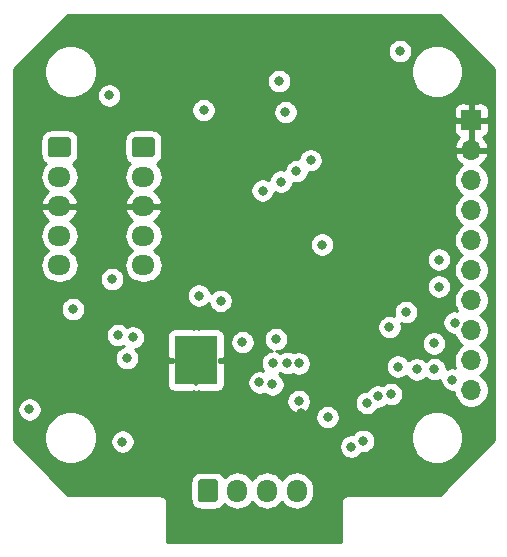
<source format=gbl>
G04 #@! TF.GenerationSoftware,KiCad,Pcbnew,(5.1.12-1-10_14)*
G04 #@! TF.CreationDate,2021-12-21T11:16:05-05:00*
G04 #@! TF.ProjectId,FlowerPeripheral,466c6f77-6572-4506-9572-697068657261,rev?*
G04 #@! TF.SameCoordinates,Original*
G04 #@! TF.FileFunction,Copper,L4,Bot*
G04 #@! TF.FilePolarity,Positive*
%FSLAX46Y46*%
G04 Gerber Fmt 4.6, Leading zero omitted, Abs format (unit mm)*
G04 Created by KiCad (PCBNEW (5.1.12-1-10_14)) date 2021-12-21 11:16:05*
%MOMM*%
%LPD*%
G01*
G04 APERTURE LIST*
G04 #@! TA.AperFunction,ComponentPad*
%ADD10O,1.700000X1.950000*%
G04 #@! TD*
G04 #@! TA.AperFunction,ComponentPad*
%ADD11O,1.950000X1.700000*%
G04 #@! TD*
G04 #@! TA.AperFunction,ComponentPad*
%ADD12C,0.500000*%
G04 #@! TD*
G04 #@! TA.AperFunction,SMDPad,CuDef*
%ADD13R,3.600000X4.100000*%
G04 #@! TD*
G04 #@! TA.AperFunction,ComponentPad*
%ADD14R,1.700000X1.700000*%
G04 #@! TD*
G04 #@! TA.AperFunction,ComponentPad*
%ADD15O,1.700000X1.700000*%
G04 #@! TD*
G04 #@! TA.AperFunction,ViaPad*
%ADD16C,0.800000*%
G04 #@! TD*
G04 #@! TA.AperFunction,Conductor*
%ADD17C,0.254000*%
G04 #@! TD*
G04 #@! TA.AperFunction,Conductor*
%ADD18C,0.100000*%
G04 #@! TD*
G04 APERTURE END LIST*
G04 #@! TA.AperFunction,ComponentPad*
G36*
G01*
X141263000Y-117692000D02*
X141263000Y-116242000D01*
G75*
G02*
X141513000Y-115992000I250000J0D01*
G01*
X142713000Y-115992000D01*
G75*
G02*
X142963000Y-116242000I0J-250000D01*
G01*
X142963000Y-117692000D01*
G75*
G02*
X142713000Y-117942000I-250000J0D01*
G01*
X141513000Y-117942000D01*
G75*
G02*
X141263000Y-117692000I0J250000D01*
G01*
G37*
G04 #@! TD.AperFunction*
D10*
X144613000Y-116967000D03*
X147113000Y-116967000D03*
X149613000Y-116967000D03*
D11*
X129540000Y-97884000D03*
X129540000Y-95384000D03*
X129540000Y-92884000D03*
X129540000Y-90384000D03*
G04 #@! TA.AperFunction,ComponentPad*
G36*
G01*
X128815000Y-87034000D02*
X130265000Y-87034000D01*
G75*
G02*
X130515000Y-87284000I0J-250000D01*
G01*
X130515000Y-88484000D01*
G75*
G02*
X130265000Y-88734000I-250000J0D01*
G01*
X128815000Y-88734000D01*
G75*
G02*
X128565000Y-88484000I0J250000D01*
G01*
X128565000Y-87284000D01*
G75*
G02*
X128815000Y-87034000I250000J0D01*
G01*
G37*
G04 #@! TD.AperFunction*
G04 #@! TA.AperFunction,ComponentPad*
G36*
G01*
X135927000Y-87034000D02*
X137377000Y-87034000D01*
G75*
G02*
X137627000Y-87284000I0J-250000D01*
G01*
X137627000Y-88484000D01*
G75*
G02*
X137377000Y-88734000I-250000J0D01*
G01*
X135927000Y-88734000D01*
G75*
G02*
X135677000Y-88484000I0J250000D01*
G01*
X135677000Y-87284000D01*
G75*
G02*
X135927000Y-87034000I250000J0D01*
G01*
G37*
G04 #@! TD.AperFunction*
X136652000Y-90384000D03*
X136652000Y-92884000D03*
X136652000Y-95384000D03*
X136652000Y-97884000D03*
D12*
X142647000Y-107718000D03*
X141097000Y-107718000D03*
X139547000Y-107718000D03*
X142647000Y-106518000D03*
X141097000Y-106518000D03*
X139547000Y-106518000D03*
X142647000Y-105318000D03*
X141097000Y-105318000D03*
X139547000Y-105318000D03*
X142647000Y-104118000D03*
X141097000Y-104118000D03*
X139547000Y-104118000D03*
D13*
X141097000Y-105918000D03*
D14*
X164401500Y-85598000D03*
D15*
X164401500Y-88138000D03*
X164401500Y-90678000D03*
X164401500Y-93218000D03*
X164401500Y-95758000D03*
X164401500Y-98298000D03*
X164401500Y-100838000D03*
X164401500Y-103378000D03*
X164401500Y-105918000D03*
X164401500Y-108458000D03*
D16*
X158369000Y-87058500D03*
X149987000Y-110363000D03*
X148367750Y-101568250D03*
X152400000Y-114046000D03*
X156845000Y-77851000D03*
X156527500Y-98869500D03*
X146431000Y-77343000D03*
X126873000Y-104775000D03*
X154830000Y-111400000D03*
X139300000Y-112100000D03*
X145400000Y-113700000D03*
X132000000Y-103800000D03*
X151000000Y-113500000D03*
X133756400Y-83515200D03*
X145034000Y-104394000D03*
X158369000Y-79756000D03*
X158877000Y-101854000D03*
X130683000Y-101600000D03*
X127000000Y-110100000D03*
X135250000Y-105750000D03*
X155250000Y-112750000D03*
X154250000Y-113250000D03*
X152250000Y-110750000D03*
X134010400Y-99060000D03*
X134874000Y-112826800D03*
X163000000Y-102750000D03*
X161250000Y-104500000D03*
X141351000Y-100457000D03*
X143195058Y-100898942D03*
X161671000Y-99695000D03*
X161671000Y-97409000D03*
X149606000Y-89916000D03*
X158200000Y-106468400D03*
X159800000Y-106700000D03*
X150800000Y-89000000D03*
X155580000Y-109540000D03*
X141750000Y-84750000D03*
X161290000Y-106680000D03*
X148677000Y-84923000D03*
X148145500Y-82296000D03*
X134500000Y-103800000D03*
X157600000Y-108800000D03*
X148300000Y-90800000D03*
X146748000Y-91567000D03*
X156495750Y-108997750D03*
X151775000Y-96139000D03*
X157478000Y-103122000D03*
X135750000Y-104000000D03*
X147860000Y-104140000D03*
X149800000Y-106200000D03*
X149800000Y-109400000D03*
X148844000Y-106172000D03*
X162814000Y-107569000D03*
X147600000Y-106172000D03*
X147574000Y-107974000D03*
X146473400Y-107800000D03*
D17*
X166340000Y-81273381D02*
X166340001Y-112726618D01*
X161726620Y-117340000D01*
X154032419Y-117340000D01*
X154000000Y-117336807D01*
X153967581Y-117340000D01*
X153870617Y-117349550D01*
X153746207Y-117387290D01*
X153631550Y-117448575D01*
X153531052Y-117531052D01*
X153448575Y-117631550D01*
X153387290Y-117746207D01*
X153349550Y-117870617D01*
X153336807Y-118000000D01*
X153340000Y-118032420D01*
X153340001Y-121340000D01*
X138660000Y-121340000D01*
X138660000Y-118032419D01*
X138663193Y-118000000D01*
X138650450Y-117870617D01*
X138612710Y-117746207D01*
X138551425Y-117631550D01*
X138468948Y-117531052D01*
X138368450Y-117448575D01*
X138253793Y-117387290D01*
X138129383Y-117349550D01*
X138032419Y-117340000D01*
X138000000Y-117336807D01*
X137967581Y-117340000D01*
X130273381Y-117340000D01*
X129175381Y-116242000D01*
X140624928Y-116242000D01*
X140624928Y-117692000D01*
X140641992Y-117865254D01*
X140692528Y-118031850D01*
X140774595Y-118185386D01*
X140885038Y-118319962D01*
X141019614Y-118430405D01*
X141173150Y-118512472D01*
X141339746Y-118563008D01*
X141513000Y-118580072D01*
X142713000Y-118580072D01*
X142886254Y-118563008D01*
X143052850Y-118512472D01*
X143206386Y-118430405D01*
X143340962Y-118319962D01*
X143451405Y-118185386D01*
X143505777Y-118083663D01*
X143557866Y-118147134D01*
X143783987Y-118332706D01*
X144041967Y-118470599D01*
X144321890Y-118555513D01*
X144613000Y-118584185D01*
X144904111Y-118555513D01*
X145184034Y-118470599D01*
X145442014Y-118332706D01*
X145668134Y-118147134D01*
X145853706Y-117921014D01*
X145863000Y-117903626D01*
X145872294Y-117921014D01*
X146057866Y-118147134D01*
X146283987Y-118332706D01*
X146541967Y-118470599D01*
X146821890Y-118555513D01*
X147113000Y-118584185D01*
X147404111Y-118555513D01*
X147684034Y-118470599D01*
X147942014Y-118332706D01*
X148168134Y-118147134D01*
X148353706Y-117921014D01*
X148363000Y-117903626D01*
X148372294Y-117921014D01*
X148557866Y-118147134D01*
X148783987Y-118332706D01*
X149041967Y-118470599D01*
X149321890Y-118555513D01*
X149613000Y-118584185D01*
X149904111Y-118555513D01*
X150184034Y-118470599D01*
X150442014Y-118332706D01*
X150668134Y-118147134D01*
X150853706Y-117921014D01*
X150991599Y-117663033D01*
X151076513Y-117383110D01*
X151098000Y-117164949D01*
X151098000Y-116769050D01*
X151076513Y-116550889D01*
X150991599Y-116270966D01*
X150853706Y-116012986D01*
X150668134Y-115786866D01*
X150442013Y-115601294D01*
X150184033Y-115463401D01*
X149904110Y-115378487D01*
X149613000Y-115349815D01*
X149321889Y-115378487D01*
X149041966Y-115463401D01*
X148783986Y-115601294D01*
X148557866Y-115786866D01*
X148372294Y-116012987D01*
X148363000Y-116030374D01*
X148353706Y-116012986D01*
X148168134Y-115786866D01*
X147942013Y-115601294D01*
X147684033Y-115463401D01*
X147404110Y-115378487D01*
X147113000Y-115349815D01*
X146821889Y-115378487D01*
X146541966Y-115463401D01*
X146283986Y-115601294D01*
X146057866Y-115786866D01*
X145872294Y-116012987D01*
X145863000Y-116030374D01*
X145853706Y-116012986D01*
X145668134Y-115786866D01*
X145442013Y-115601294D01*
X145184033Y-115463401D01*
X144904110Y-115378487D01*
X144613000Y-115349815D01*
X144321889Y-115378487D01*
X144041966Y-115463401D01*
X143783986Y-115601294D01*
X143557866Y-115786866D01*
X143505777Y-115850337D01*
X143451405Y-115748614D01*
X143340962Y-115614038D01*
X143206386Y-115503595D01*
X143052850Y-115421528D01*
X142886254Y-115370992D01*
X142713000Y-115353928D01*
X141513000Y-115353928D01*
X141339746Y-115370992D01*
X141173150Y-115421528D01*
X141019614Y-115503595D01*
X140885038Y-115614038D01*
X140774595Y-115748614D01*
X140692528Y-115902150D01*
X140641992Y-116068746D01*
X140624928Y-116242000D01*
X129175381Y-116242000D01*
X125660000Y-112726620D01*
X125660000Y-112279872D01*
X128265000Y-112279872D01*
X128265000Y-112720128D01*
X128350890Y-113151925D01*
X128519369Y-113558669D01*
X128763962Y-113924729D01*
X129075271Y-114236038D01*
X129441331Y-114480631D01*
X129848075Y-114649110D01*
X130279872Y-114735000D01*
X130720128Y-114735000D01*
X131151925Y-114649110D01*
X131558669Y-114480631D01*
X131924729Y-114236038D01*
X132236038Y-113924729D01*
X132480631Y-113558669D01*
X132649110Y-113151925D01*
X132734058Y-112724861D01*
X133839000Y-112724861D01*
X133839000Y-112928739D01*
X133878774Y-113128698D01*
X133956795Y-113317056D01*
X134070063Y-113486574D01*
X134214226Y-113630737D01*
X134383744Y-113744005D01*
X134572102Y-113822026D01*
X134772061Y-113861800D01*
X134975939Y-113861800D01*
X135175898Y-113822026D01*
X135364256Y-113744005D01*
X135533774Y-113630737D01*
X135677937Y-113486574D01*
X135791205Y-113317056D01*
X135861205Y-113148061D01*
X153215000Y-113148061D01*
X153215000Y-113351939D01*
X153254774Y-113551898D01*
X153332795Y-113740256D01*
X153446063Y-113909774D01*
X153590226Y-114053937D01*
X153759744Y-114167205D01*
X153948102Y-114245226D01*
X154148061Y-114285000D01*
X154351939Y-114285000D01*
X154551898Y-114245226D01*
X154740256Y-114167205D01*
X154909774Y-114053937D01*
X155053937Y-113909774D01*
X155138570Y-113783112D01*
X155148061Y-113785000D01*
X155351939Y-113785000D01*
X155551898Y-113745226D01*
X155740256Y-113667205D01*
X155909774Y-113553937D01*
X156053937Y-113409774D01*
X156167205Y-113240256D01*
X156245226Y-113051898D01*
X156285000Y-112851939D01*
X156285000Y-112648061D01*
X156245226Y-112448102D01*
X156175543Y-112279872D01*
X159265000Y-112279872D01*
X159265000Y-112720128D01*
X159350890Y-113151925D01*
X159519369Y-113558669D01*
X159763962Y-113924729D01*
X160075271Y-114236038D01*
X160441331Y-114480631D01*
X160848075Y-114649110D01*
X161279872Y-114735000D01*
X161720128Y-114735000D01*
X162151925Y-114649110D01*
X162558669Y-114480631D01*
X162924729Y-114236038D01*
X163236038Y-113924729D01*
X163480631Y-113558669D01*
X163649110Y-113151925D01*
X163735000Y-112720128D01*
X163735000Y-112279872D01*
X163649110Y-111848075D01*
X163480631Y-111441331D01*
X163236038Y-111075271D01*
X162924729Y-110763962D01*
X162558669Y-110519369D01*
X162151925Y-110350890D01*
X161720128Y-110265000D01*
X161279872Y-110265000D01*
X160848075Y-110350890D01*
X160441331Y-110519369D01*
X160075271Y-110763962D01*
X159763962Y-111075271D01*
X159519369Y-111441331D01*
X159350890Y-111848075D01*
X159265000Y-112279872D01*
X156175543Y-112279872D01*
X156167205Y-112259744D01*
X156053937Y-112090226D01*
X155909774Y-111946063D01*
X155740256Y-111832795D01*
X155551898Y-111754774D01*
X155351939Y-111715000D01*
X155148061Y-111715000D01*
X154948102Y-111754774D01*
X154759744Y-111832795D01*
X154590226Y-111946063D01*
X154446063Y-112090226D01*
X154361430Y-112216888D01*
X154351939Y-112215000D01*
X154148061Y-112215000D01*
X153948102Y-112254774D01*
X153759744Y-112332795D01*
X153590226Y-112446063D01*
X153446063Y-112590226D01*
X153332795Y-112759744D01*
X153254774Y-112948102D01*
X153215000Y-113148061D01*
X135861205Y-113148061D01*
X135869226Y-113128698D01*
X135909000Y-112928739D01*
X135909000Y-112724861D01*
X135869226Y-112524902D01*
X135791205Y-112336544D01*
X135677937Y-112167026D01*
X135533774Y-112022863D01*
X135364256Y-111909595D01*
X135175898Y-111831574D01*
X134975939Y-111791800D01*
X134772061Y-111791800D01*
X134572102Y-111831574D01*
X134383744Y-111909595D01*
X134214226Y-112022863D01*
X134070063Y-112167026D01*
X133956795Y-112336544D01*
X133878774Y-112524902D01*
X133839000Y-112724861D01*
X132734058Y-112724861D01*
X132735000Y-112720128D01*
X132735000Y-112279872D01*
X132649110Y-111848075D01*
X132480631Y-111441331D01*
X132236038Y-111075271D01*
X131924729Y-110763962D01*
X131751271Y-110648061D01*
X151215000Y-110648061D01*
X151215000Y-110851939D01*
X151254774Y-111051898D01*
X151332795Y-111240256D01*
X151446063Y-111409774D01*
X151590226Y-111553937D01*
X151759744Y-111667205D01*
X151948102Y-111745226D01*
X152148061Y-111785000D01*
X152351939Y-111785000D01*
X152551898Y-111745226D01*
X152740256Y-111667205D01*
X152909774Y-111553937D01*
X153053937Y-111409774D01*
X153167205Y-111240256D01*
X153245226Y-111051898D01*
X153285000Y-110851939D01*
X153285000Y-110648061D01*
X153245226Y-110448102D01*
X153167205Y-110259744D01*
X153053937Y-110090226D01*
X152909774Y-109946063D01*
X152740256Y-109832795D01*
X152551898Y-109754774D01*
X152351939Y-109715000D01*
X152148061Y-109715000D01*
X151948102Y-109754774D01*
X151759744Y-109832795D01*
X151590226Y-109946063D01*
X151446063Y-110090226D01*
X151332795Y-110259744D01*
X151254774Y-110448102D01*
X151215000Y-110648061D01*
X131751271Y-110648061D01*
X131558669Y-110519369D01*
X131151925Y-110350890D01*
X130720128Y-110265000D01*
X130279872Y-110265000D01*
X129848075Y-110350890D01*
X129441331Y-110519369D01*
X129075271Y-110763962D01*
X128763962Y-111075271D01*
X128519369Y-111441331D01*
X128350890Y-111848075D01*
X128265000Y-112279872D01*
X125660000Y-112279872D01*
X125660000Y-109998061D01*
X125965000Y-109998061D01*
X125965000Y-110201939D01*
X126004774Y-110401898D01*
X126082795Y-110590256D01*
X126196063Y-110759774D01*
X126340226Y-110903937D01*
X126509744Y-111017205D01*
X126698102Y-111095226D01*
X126898061Y-111135000D01*
X127101939Y-111135000D01*
X127301898Y-111095226D01*
X127490256Y-111017205D01*
X127659774Y-110903937D01*
X127803937Y-110759774D01*
X127917205Y-110590256D01*
X127995226Y-110401898D01*
X128035000Y-110201939D01*
X128035000Y-109998061D01*
X127995226Y-109798102D01*
X127917205Y-109609744D01*
X127803937Y-109440226D01*
X127661772Y-109298061D01*
X148765000Y-109298061D01*
X148765000Y-109501939D01*
X148804774Y-109701898D01*
X148882795Y-109890256D01*
X148996063Y-110059774D01*
X149140226Y-110203937D01*
X149309744Y-110317205D01*
X149498102Y-110395226D01*
X149698061Y-110435000D01*
X149901939Y-110435000D01*
X150101898Y-110395226D01*
X150290256Y-110317205D01*
X150459774Y-110203937D01*
X150603937Y-110059774D01*
X150717205Y-109890256D01*
X150795226Y-109701898D01*
X150835000Y-109501939D01*
X150835000Y-109438061D01*
X154545000Y-109438061D01*
X154545000Y-109641939D01*
X154584774Y-109841898D01*
X154662795Y-110030256D01*
X154776063Y-110199774D01*
X154920226Y-110343937D01*
X155089744Y-110457205D01*
X155278102Y-110535226D01*
X155478061Y-110575000D01*
X155681939Y-110575000D01*
X155881898Y-110535226D01*
X156070256Y-110457205D01*
X156239774Y-110343937D01*
X156383937Y-110199774D01*
X156495539Y-110032750D01*
X156597689Y-110032750D01*
X156797648Y-109992976D01*
X156986006Y-109914955D01*
X157155524Y-109801687D01*
X157201853Y-109755358D01*
X157298102Y-109795226D01*
X157498061Y-109835000D01*
X157701939Y-109835000D01*
X157901898Y-109795226D01*
X158090256Y-109717205D01*
X158259774Y-109603937D01*
X158403937Y-109459774D01*
X158517205Y-109290256D01*
X158595226Y-109101898D01*
X158635000Y-108901939D01*
X158635000Y-108698061D01*
X158595226Y-108498102D01*
X158517205Y-108309744D01*
X158403937Y-108140226D01*
X158259774Y-107996063D01*
X158090256Y-107882795D01*
X157901898Y-107804774D01*
X157701939Y-107765000D01*
X157498061Y-107765000D01*
X157298102Y-107804774D01*
X157109744Y-107882795D01*
X156940226Y-107996063D01*
X156893897Y-108042392D01*
X156797648Y-108002524D01*
X156597689Y-107962750D01*
X156393811Y-107962750D01*
X156193852Y-108002524D01*
X156005494Y-108080545D01*
X155835976Y-108193813D01*
X155691813Y-108337976D01*
X155580211Y-108505000D01*
X155478061Y-108505000D01*
X155278102Y-108544774D01*
X155089744Y-108622795D01*
X154920226Y-108736063D01*
X154776063Y-108880226D01*
X154662795Y-109049744D01*
X154584774Y-109238102D01*
X154545000Y-109438061D01*
X150835000Y-109438061D01*
X150835000Y-109298061D01*
X150795226Y-109098102D01*
X150717205Y-108909744D01*
X150603937Y-108740226D01*
X150459774Y-108596063D01*
X150290256Y-108482795D01*
X150101898Y-108404774D01*
X149901939Y-108365000D01*
X149698061Y-108365000D01*
X149498102Y-108404774D01*
X149309744Y-108482795D01*
X149140226Y-108596063D01*
X148996063Y-108740226D01*
X148882795Y-108909744D01*
X148804774Y-109098102D01*
X148765000Y-109298061D01*
X127661772Y-109298061D01*
X127659774Y-109296063D01*
X127490256Y-109182795D01*
X127301898Y-109104774D01*
X127101939Y-109065000D01*
X126898061Y-109065000D01*
X126698102Y-109104774D01*
X126509744Y-109182795D01*
X126340226Y-109296063D01*
X126196063Y-109440226D01*
X126082795Y-109609744D01*
X126004774Y-109798102D01*
X125965000Y-109998061D01*
X125660000Y-109998061D01*
X125660000Y-103698061D01*
X133465000Y-103698061D01*
X133465000Y-103901939D01*
X133504774Y-104101898D01*
X133582795Y-104290256D01*
X133696063Y-104459774D01*
X133840226Y-104603937D01*
X134009744Y-104717205D01*
X134198102Y-104795226D01*
X134398061Y-104835000D01*
X134601939Y-104835000D01*
X134801898Y-104795226D01*
X134990256Y-104717205D01*
X134998192Y-104711903D01*
X135025640Y-104739351D01*
X134948102Y-104754774D01*
X134759744Y-104832795D01*
X134590226Y-104946063D01*
X134446063Y-105090226D01*
X134332795Y-105259744D01*
X134254774Y-105448102D01*
X134215000Y-105648061D01*
X134215000Y-105851939D01*
X134254774Y-106051898D01*
X134332795Y-106240256D01*
X134446063Y-106409774D01*
X134590226Y-106553937D01*
X134759744Y-106667205D01*
X134948102Y-106745226D01*
X135148061Y-106785000D01*
X135351939Y-106785000D01*
X135551898Y-106745226D01*
X135740256Y-106667205D01*
X135909774Y-106553937D01*
X136053937Y-106409774D01*
X136167205Y-106240256D01*
X136245226Y-106051898D01*
X136285000Y-105851939D01*
X136285000Y-105648061D01*
X136245226Y-105448102D01*
X136167205Y-105259744D01*
X136053937Y-105090226D01*
X135974360Y-105010649D01*
X136051898Y-104995226D01*
X136240256Y-104917205D01*
X136409774Y-104803937D01*
X136553937Y-104659774D01*
X136667205Y-104490256D01*
X136745226Y-104301898D01*
X136785000Y-104101939D01*
X136785000Y-103898061D01*
X136779021Y-103868000D01*
X138658928Y-103868000D01*
X138662000Y-105632250D01*
X138759521Y-105729771D01*
X138762173Y-105736174D01*
X138766006Y-105736256D01*
X138820750Y-105791000D01*
X139127587Y-105791000D01*
X139124952Y-105913996D01*
X139124784Y-105914164D01*
X139124866Y-105918000D01*
X139124784Y-105921836D01*
X139124952Y-105922004D01*
X139127587Y-106045000D01*
X138820750Y-106045000D01*
X138766006Y-106099744D01*
X138762173Y-106099826D01*
X138759537Y-106106213D01*
X138662000Y-106203750D01*
X138658928Y-107968000D01*
X138671188Y-108092482D01*
X138707498Y-108212180D01*
X138766463Y-108322494D01*
X138845815Y-108419185D01*
X138942506Y-108498537D01*
X139052820Y-108557502D01*
X139172518Y-108593812D01*
X139297000Y-108606072D01*
X140811250Y-108603000D01*
X140844106Y-108570144D01*
X141010998Y-108603113D01*
X141185328Y-108602884D01*
X141349711Y-108569961D01*
X141382750Y-108603000D01*
X142897000Y-108606072D01*
X143021482Y-108593812D01*
X143141180Y-108557502D01*
X143251494Y-108498537D01*
X143348185Y-108419185D01*
X143427537Y-108322494D01*
X143486502Y-108212180D01*
X143522812Y-108092482D01*
X143535072Y-107968000D01*
X143534602Y-107698061D01*
X145438400Y-107698061D01*
X145438400Y-107901939D01*
X145478174Y-108101898D01*
X145556195Y-108290256D01*
X145669463Y-108459774D01*
X145813626Y-108603937D01*
X145983144Y-108717205D01*
X146171502Y-108795226D01*
X146371461Y-108835000D01*
X146575339Y-108835000D01*
X146775298Y-108795226D01*
X146885760Y-108749471D01*
X146914226Y-108777937D01*
X147083744Y-108891205D01*
X147272102Y-108969226D01*
X147472061Y-109009000D01*
X147675939Y-109009000D01*
X147875898Y-108969226D01*
X148064256Y-108891205D01*
X148233774Y-108777937D01*
X148377937Y-108633774D01*
X148491205Y-108464256D01*
X148569226Y-108275898D01*
X148609000Y-108075939D01*
X148609000Y-107872061D01*
X148569226Y-107672102D01*
X148491205Y-107483744D01*
X148377937Y-107314226D01*
X148233774Y-107170063D01*
X148101509Y-107081686D01*
X148222000Y-107001177D01*
X148353744Y-107089205D01*
X148542102Y-107167226D01*
X148742061Y-107207000D01*
X148945939Y-107207000D01*
X149145898Y-107167226D01*
X149293256Y-107106188D01*
X149309744Y-107117205D01*
X149498102Y-107195226D01*
X149698061Y-107235000D01*
X149901939Y-107235000D01*
X150101898Y-107195226D01*
X150290256Y-107117205D01*
X150459774Y-107003937D01*
X150603937Y-106859774D01*
X150717205Y-106690256D01*
X150795226Y-106501898D01*
X150822165Y-106366461D01*
X157165000Y-106366461D01*
X157165000Y-106570339D01*
X157204774Y-106770298D01*
X157282795Y-106958656D01*
X157396063Y-107128174D01*
X157540226Y-107272337D01*
X157709744Y-107385605D01*
X157898102Y-107463626D01*
X158098061Y-107503400D01*
X158301939Y-107503400D01*
X158501898Y-107463626D01*
X158690256Y-107385605D01*
X158859774Y-107272337D01*
X158906451Y-107225660D01*
X158996063Y-107359774D01*
X159140226Y-107503937D01*
X159309744Y-107617205D01*
X159498102Y-107695226D01*
X159698061Y-107735000D01*
X159901939Y-107735000D01*
X160101898Y-107695226D01*
X160290256Y-107617205D01*
X160459774Y-107503937D01*
X160555000Y-107408711D01*
X160630226Y-107483937D01*
X160799744Y-107597205D01*
X160988102Y-107675226D01*
X161188061Y-107715000D01*
X161391939Y-107715000D01*
X161591898Y-107675226D01*
X161779000Y-107597725D01*
X161779000Y-107670939D01*
X161818774Y-107870898D01*
X161896795Y-108059256D01*
X162010063Y-108228774D01*
X162154226Y-108372937D01*
X162323744Y-108486205D01*
X162512102Y-108564226D01*
X162712061Y-108604000D01*
X162915939Y-108604000D01*
X162916500Y-108603888D01*
X162916500Y-108604260D01*
X162973568Y-108891158D01*
X163085510Y-109161411D01*
X163248025Y-109404632D01*
X163454868Y-109611475D01*
X163698089Y-109773990D01*
X163968342Y-109885932D01*
X164255240Y-109943000D01*
X164547760Y-109943000D01*
X164834658Y-109885932D01*
X165104911Y-109773990D01*
X165348132Y-109611475D01*
X165554975Y-109404632D01*
X165717490Y-109161411D01*
X165829432Y-108891158D01*
X165886500Y-108604260D01*
X165886500Y-108311740D01*
X165829432Y-108024842D01*
X165717490Y-107754589D01*
X165554975Y-107511368D01*
X165348132Y-107304525D01*
X165173740Y-107188000D01*
X165348132Y-107071475D01*
X165554975Y-106864632D01*
X165717490Y-106621411D01*
X165829432Y-106351158D01*
X165886500Y-106064260D01*
X165886500Y-105771740D01*
X165829432Y-105484842D01*
X165717490Y-105214589D01*
X165554975Y-104971368D01*
X165348132Y-104764525D01*
X165173740Y-104648000D01*
X165348132Y-104531475D01*
X165554975Y-104324632D01*
X165717490Y-104081411D01*
X165829432Y-103811158D01*
X165886500Y-103524260D01*
X165886500Y-103231740D01*
X165829432Y-102944842D01*
X165717490Y-102674589D01*
X165554975Y-102431368D01*
X165348132Y-102224525D01*
X165173740Y-102108000D01*
X165348132Y-101991475D01*
X165554975Y-101784632D01*
X165717490Y-101541411D01*
X165829432Y-101271158D01*
X165886500Y-100984260D01*
X165886500Y-100691740D01*
X165829432Y-100404842D01*
X165717490Y-100134589D01*
X165554975Y-99891368D01*
X165348132Y-99684525D01*
X165173740Y-99568000D01*
X165348132Y-99451475D01*
X165554975Y-99244632D01*
X165717490Y-99001411D01*
X165829432Y-98731158D01*
X165886500Y-98444260D01*
X165886500Y-98151740D01*
X165829432Y-97864842D01*
X165717490Y-97594589D01*
X165554975Y-97351368D01*
X165348132Y-97144525D01*
X165173740Y-97028000D01*
X165348132Y-96911475D01*
X165554975Y-96704632D01*
X165717490Y-96461411D01*
X165829432Y-96191158D01*
X165886500Y-95904260D01*
X165886500Y-95611740D01*
X165829432Y-95324842D01*
X165717490Y-95054589D01*
X165554975Y-94811368D01*
X165348132Y-94604525D01*
X165173740Y-94488000D01*
X165348132Y-94371475D01*
X165554975Y-94164632D01*
X165717490Y-93921411D01*
X165829432Y-93651158D01*
X165886500Y-93364260D01*
X165886500Y-93071740D01*
X165829432Y-92784842D01*
X165717490Y-92514589D01*
X165554975Y-92271368D01*
X165348132Y-92064525D01*
X165173740Y-91948000D01*
X165348132Y-91831475D01*
X165554975Y-91624632D01*
X165717490Y-91381411D01*
X165829432Y-91111158D01*
X165886500Y-90824260D01*
X165886500Y-90531740D01*
X165829432Y-90244842D01*
X165717490Y-89974589D01*
X165554975Y-89731368D01*
X165348132Y-89524525D01*
X165165966Y-89402805D01*
X165282855Y-89333178D01*
X165499088Y-89138269D01*
X165673141Y-88904920D01*
X165798325Y-88642099D01*
X165842976Y-88494890D01*
X165721655Y-88265000D01*
X164528500Y-88265000D01*
X164528500Y-88285000D01*
X164274500Y-88285000D01*
X164274500Y-88265000D01*
X163081345Y-88265000D01*
X162960024Y-88494890D01*
X163004675Y-88642099D01*
X163129859Y-88904920D01*
X163303912Y-89138269D01*
X163520145Y-89333178D01*
X163637034Y-89402805D01*
X163454868Y-89524525D01*
X163248025Y-89731368D01*
X163085510Y-89974589D01*
X162973568Y-90244842D01*
X162916500Y-90531740D01*
X162916500Y-90824260D01*
X162973568Y-91111158D01*
X163085510Y-91381411D01*
X163248025Y-91624632D01*
X163454868Y-91831475D01*
X163629260Y-91948000D01*
X163454868Y-92064525D01*
X163248025Y-92271368D01*
X163085510Y-92514589D01*
X162973568Y-92784842D01*
X162916500Y-93071740D01*
X162916500Y-93364260D01*
X162973568Y-93651158D01*
X163085510Y-93921411D01*
X163248025Y-94164632D01*
X163454868Y-94371475D01*
X163629260Y-94488000D01*
X163454868Y-94604525D01*
X163248025Y-94811368D01*
X163085510Y-95054589D01*
X162973568Y-95324842D01*
X162916500Y-95611740D01*
X162916500Y-95904260D01*
X162973568Y-96191158D01*
X163085510Y-96461411D01*
X163248025Y-96704632D01*
X163454868Y-96911475D01*
X163629260Y-97028000D01*
X163454868Y-97144525D01*
X163248025Y-97351368D01*
X163085510Y-97594589D01*
X162973568Y-97864842D01*
X162916500Y-98151740D01*
X162916500Y-98444260D01*
X162973568Y-98731158D01*
X163085510Y-99001411D01*
X163248025Y-99244632D01*
X163454868Y-99451475D01*
X163629260Y-99568000D01*
X163454868Y-99684525D01*
X163248025Y-99891368D01*
X163085510Y-100134589D01*
X162973568Y-100404842D01*
X162916500Y-100691740D01*
X162916500Y-100984260D01*
X162973568Y-101271158D01*
X163085510Y-101541411D01*
X163216759Y-101737839D01*
X163101939Y-101715000D01*
X162898061Y-101715000D01*
X162698102Y-101754774D01*
X162509744Y-101832795D01*
X162340226Y-101946063D01*
X162196063Y-102090226D01*
X162082795Y-102259744D01*
X162004774Y-102448102D01*
X161965000Y-102648061D01*
X161965000Y-102851939D01*
X162004774Y-103051898D01*
X162082795Y-103240256D01*
X162196063Y-103409774D01*
X162340226Y-103553937D01*
X162509744Y-103667205D01*
X162698102Y-103745226D01*
X162898061Y-103785000D01*
X162968365Y-103785000D01*
X162973568Y-103811158D01*
X163085510Y-104081411D01*
X163248025Y-104324632D01*
X163454868Y-104531475D01*
X163629260Y-104648000D01*
X163454868Y-104764525D01*
X163248025Y-104971368D01*
X163085510Y-105214589D01*
X162973568Y-105484842D01*
X162916500Y-105771740D01*
X162916500Y-106064260D01*
X162973568Y-106351158D01*
X163061278Y-106562909D01*
X162915939Y-106534000D01*
X162712061Y-106534000D01*
X162512102Y-106573774D01*
X162325000Y-106651275D01*
X162325000Y-106578061D01*
X162285226Y-106378102D01*
X162207205Y-106189744D01*
X162093937Y-106020226D01*
X161949774Y-105876063D01*
X161780256Y-105762795D01*
X161591898Y-105684774D01*
X161391939Y-105645000D01*
X161188061Y-105645000D01*
X160988102Y-105684774D01*
X160799744Y-105762795D01*
X160630226Y-105876063D01*
X160535000Y-105971289D01*
X160459774Y-105896063D01*
X160290256Y-105782795D01*
X160101898Y-105704774D01*
X159901939Y-105665000D01*
X159698061Y-105665000D01*
X159498102Y-105704774D01*
X159309744Y-105782795D01*
X159140226Y-105896063D01*
X159093549Y-105942740D01*
X159003937Y-105808626D01*
X158859774Y-105664463D01*
X158690256Y-105551195D01*
X158501898Y-105473174D01*
X158301939Y-105433400D01*
X158098061Y-105433400D01*
X157898102Y-105473174D01*
X157709744Y-105551195D01*
X157540226Y-105664463D01*
X157396063Y-105808626D01*
X157282795Y-105978144D01*
X157204774Y-106166502D01*
X157165000Y-106366461D01*
X150822165Y-106366461D01*
X150835000Y-106301939D01*
X150835000Y-106098061D01*
X150795226Y-105898102D01*
X150717205Y-105709744D01*
X150603937Y-105540226D01*
X150459774Y-105396063D01*
X150290256Y-105282795D01*
X150101898Y-105204774D01*
X149901939Y-105165000D01*
X149698061Y-105165000D01*
X149498102Y-105204774D01*
X149350744Y-105265812D01*
X149334256Y-105254795D01*
X149145898Y-105176774D01*
X148945939Y-105137000D01*
X148742061Y-105137000D01*
X148542102Y-105176774D01*
X148353744Y-105254795D01*
X148222000Y-105342823D01*
X148090256Y-105254795D01*
X147901898Y-105176774D01*
X147892979Y-105175000D01*
X147961939Y-105175000D01*
X148161898Y-105135226D01*
X148350256Y-105057205D01*
X148519774Y-104943937D01*
X148663937Y-104799774D01*
X148777205Y-104630256D01*
X148855226Y-104441898D01*
X148863945Y-104398061D01*
X160215000Y-104398061D01*
X160215000Y-104601939D01*
X160254774Y-104801898D01*
X160332795Y-104990256D01*
X160446063Y-105159774D01*
X160590226Y-105303937D01*
X160759744Y-105417205D01*
X160948102Y-105495226D01*
X161148061Y-105535000D01*
X161351939Y-105535000D01*
X161551898Y-105495226D01*
X161740256Y-105417205D01*
X161909774Y-105303937D01*
X162053937Y-105159774D01*
X162167205Y-104990256D01*
X162245226Y-104801898D01*
X162285000Y-104601939D01*
X162285000Y-104398061D01*
X162245226Y-104198102D01*
X162167205Y-104009744D01*
X162053937Y-103840226D01*
X161909774Y-103696063D01*
X161740256Y-103582795D01*
X161551898Y-103504774D01*
X161351939Y-103465000D01*
X161148061Y-103465000D01*
X160948102Y-103504774D01*
X160759744Y-103582795D01*
X160590226Y-103696063D01*
X160446063Y-103840226D01*
X160332795Y-104009744D01*
X160254774Y-104198102D01*
X160215000Y-104398061D01*
X148863945Y-104398061D01*
X148895000Y-104241939D01*
X148895000Y-104038061D01*
X148855226Y-103838102D01*
X148777205Y-103649744D01*
X148663937Y-103480226D01*
X148519774Y-103336063D01*
X148350256Y-103222795D01*
X148161898Y-103144774D01*
X147961939Y-103105000D01*
X147758061Y-103105000D01*
X147558102Y-103144774D01*
X147369744Y-103222795D01*
X147200226Y-103336063D01*
X147056063Y-103480226D01*
X146942795Y-103649744D01*
X146864774Y-103838102D01*
X146825000Y-104038061D01*
X146825000Y-104241939D01*
X146864774Y-104441898D01*
X146942795Y-104630256D01*
X147056063Y-104799774D01*
X147200226Y-104943937D01*
X147369744Y-105057205D01*
X147558102Y-105135226D01*
X147567021Y-105137000D01*
X147498061Y-105137000D01*
X147298102Y-105176774D01*
X147109744Y-105254795D01*
X146940226Y-105368063D01*
X146796063Y-105512226D01*
X146682795Y-105681744D01*
X146604774Y-105870102D01*
X146565000Y-106070061D01*
X146565000Y-106273939D01*
X146604774Y-106473898D01*
X146682795Y-106662256D01*
X146779065Y-106806334D01*
X146775298Y-106804774D01*
X146575339Y-106765000D01*
X146371461Y-106765000D01*
X146171502Y-106804774D01*
X145983144Y-106882795D01*
X145813626Y-106996063D01*
X145669463Y-107140226D01*
X145556195Y-107309744D01*
X145478174Y-107498102D01*
X145438400Y-107698061D01*
X143534602Y-107698061D01*
X143532000Y-106203750D01*
X143434479Y-106106229D01*
X143431827Y-106099826D01*
X143427994Y-106099744D01*
X143373250Y-106045000D01*
X143066413Y-106045000D01*
X143069048Y-105922004D01*
X143069216Y-105921836D01*
X143069134Y-105918000D01*
X143069216Y-105914164D01*
X143069048Y-105913996D01*
X143066413Y-105791000D01*
X143373250Y-105791000D01*
X143427994Y-105736256D01*
X143431827Y-105736174D01*
X143434463Y-105729787D01*
X143532000Y-105632250D01*
X143534333Y-104292061D01*
X143999000Y-104292061D01*
X143999000Y-104495939D01*
X144038774Y-104695898D01*
X144116795Y-104884256D01*
X144230063Y-105053774D01*
X144374226Y-105197937D01*
X144543744Y-105311205D01*
X144732102Y-105389226D01*
X144932061Y-105429000D01*
X145135939Y-105429000D01*
X145335898Y-105389226D01*
X145524256Y-105311205D01*
X145693774Y-105197937D01*
X145837937Y-105053774D01*
X145951205Y-104884256D01*
X146029226Y-104695898D01*
X146069000Y-104495939D01*
X146069000Y-104292061D01*
X146029226Y-104092102D01*
X145951205Y-103903744D01*
X145837937Y-103734226D01*
X145693774Y-103590063D01*
X145524256Y-103476795D01*
X145335898Y-103398774D01*
X145135939Y-103359000D01*
X144932061Y-103359000D01*
X144732102Y-103398774D01*
X144543744Y-103476795D01*
X144374226Y-103590063D01*
X144230063Y-103734226D01*
X144116795Y-103903744D01*
X144038774Y-104092102D01*
X143999000Y-104292061D01*
X143534333Y-104292061D01*
X143535072Y-103868000D01*
X143522812Y-103743518D01*
X143486502Y-103623820D01*
X143427537Y-103513506D01*
X143348185Y-103416815D01*
X143251494Y-103337463D01*
X143141180Y-103278498D01*
X143021482Y-103242188D01*
X142897000Y-103229928D01*
X141382750Y-103233000D01*
X141349894Y-103265856D01*
X141183002Y-103232887D01*
X141008672Y-103233116D01*
X140844289Y-103266039D01*
X140811250Y-103233000D01*
X139297000Y-103229928D01*
X139172518Y-103242188D01*
X139052820Y-103278498D01*
X138942506Y-103337463D01*
X138845815Y-103416815D01*
X138766463Y-103513506D01*
X138707498Y-103623820D01*
X138671188Y-103743518D01*
X138658928Y-103868000D01*
X136779021Y-103868000D01*
X136745226Y-103698102D01*
X136667205Y-103509744D01*
X136553937Y-103340226D01*
X136409774Y-103196063D01*
X136240256Y-103082795D01*
X136088804Y-103020061D01*
X156443000Y-103020061D01*
X156443000Y-103223939D01*
X156482774Y-103423898D01*
X156560795Y-103612256D01*
X156674063Y-103781774D01*
X156818226Y-103925937D01*
X156987744Y-104039205D01*
X157176102Y-104117226D01*
X157376061Y-104157000D01*
X157579939Y-104157000D01*
X157779898Y-104117226D01*
X157968256Y-104039205D01*
X158137774Y-103925937D01*
X158281937Y-103781774D01*
X158395205Y-103612256D01*
X158473226Y-103423898D01*
X158513000Y-103223939D01*
X158513000Y-103020061D01*
X158473226Y-102820102D01*
X158466689Y-102804319D01*
X158575102Y-102849226D01*
X158775061Y-102889000D01*
X158978939Y-102889000D01*
X159178898Y-102849226D01*
X159367256Y-102771205D01*
X159536774Y-102657937D01*
X159680937Y-102513774D01*
X159794205Y-102344256D01*
X159872226Y-102155898D01*
X159912000Y-101955939D01*
X159912000Y-101752061D01*
X159872226Y-101552102D01*
X159794205Y-101363744D01*
X159680937Y-101194226D01*
X159536774Y-101050063D01*
X159367256Y-100936795D01*
X159178898Y-100858774D01*
X158978939Y-100819000D01*
X158775061Y-100819000D01*
X158575102Y-100858774D01*
X158386744Y-100936795D01*
X158217226Y-101050063D01*
X158073063Y-101194226D01*
X157959795Y-101363744D01*
X157881774Y-101552102D01*
X157842000Y-101752061D01*
X157842000Y-101955939D01*
X157881774Y-102155898D01*
X157888311Y-102171681D01*
X157779898Y-102126774D01*
X157579939Y-102087000D01*
X157376061Y-102087000D01*
X157176102Y-102126774D01*
X156987744Y-102204795D01*
X156818226Y-102318063D01*
X156674063Y-102462226D01*
X156560795Y-102631744D01*
X156482774Y-102820102D01*
X156443000Y-103020061D01*
X136088804Y-103020061D01*
X136051898Y-103004774D01*
X135851939Y-102965000D01*
X135648061Y-102965000D01*
X135448102Y-103004774D01*
X135259744Y-103082795D01*
X135251808Y-103088097D01*
X135159774Y-102996063D01*
X134990256Y-102882795D01*
X134801898Y-102804774D01*
X134601939Y-102765000D01*
X134398061Y-102765000D01*
X134198102Y-102804774D01*
X134009744Y-102882795D01*
X133840226Y-102996063D01*
X133696063Y-103140226D01*
X133582795Y-103309744D01*
X133504774Y-103498102D01*
X133465000Y-103698061D01*
X125660000Y-103698061D01*
X125660000Y-101498061D01*
X129648000Y-101498061D01*
X129648000Y-101701939D01*
X129687774Y-101901898D01*
X129765795Y-102090256D01*
X129879063Y-102259774D01*
X130023226Y-102403937D01*
X130192744Y-102517205D01*
X130381102Y-102595226D01*
X130581061Y-102635000D01*
X130784939Y-102635000D01*
X130984898Y-102595226D01*
X131173256Y-102517205D01*
X131342774Y-102403937D01*
X131486937Y-102259774D01*
X131600205Y-102090256D01*
X131678226Y-101901898D01*
X131718000Y-101701939D01*
X131718000Y-101498061D01*
X131678226Y-101298102D01*
X131600205Y-101109744D01*
X131486937Y-100940226D01*
X131342774Y-100796063D01*
X131173256Y-100682795D01*
X130984898Y-100604774D01*
X130784939Y-100565000D01*
X130581061Y-100565000D01*
X130381102Y-100604774D01*
X130192744Y-100682795D01*
X130023226Y-100796063D01*
X129879063Y-100940226D01*
X129765795Y-101109744D01*
X129687774Y-101298102D01*
X129648000Y-101498061D01*
X125660000Y-101498061D01*
X125660000Y-100355061D01*
X140316000Y-100355061D01*
X140316000Y-100558939D01*
X140355774Y-100758898D01*
X140433795Y-100947256D01*
X140547063Y-101116774D01*
X140691226Y-101260937D01*
X140860744Y-101374205D01*
X141049102Y-101452226D01*
X141249061Y-101492000D01*
X141452939Y-101492000D01*
X141652898Y-101452226D01*
X141841256Y-101374205D01*
X142010774Y-101260937D01*
X142154937Y-101116774D01*
X142176647Y-101084282D01*
X142199832Y-101200840D01*
X142277853Y-101389198D01*
X142391121Y-101558716D01*
X142535284Y-101702879D01*
X142704802Y-101816147D01*
X142893160Y-101894168D01*
X143093119Y-101933942D01*
X143296997Y-101933942D01*
X143496956Y-101894168D01*
X143685314Y-101816147D01*
X143854832Y-101702879D01*
X143998995Y-101558716D01*
X144112263Y-101389198D01*
X144190284Y-101200840D01*
X144230058Y-101000881D01*
X144230058Y-100797003D01*
X144190284Y-100597044D01*
X144112263Y-100408686D01*
X143998995Y-100239168D01*
X143854832Y-100095005D01*
X143685314Y-99981737D01*
X143496956Y-99903716D01*
X143296997Y-99863942D01*
X143093119Y-99863942D01*
X142893160Y-99903716D01*
X142704802Y-99981737D01*
X142535284Y-100095005D01*
X142391121Y-100239168D01*
X142369411Y-100271660D01*
X142346226Y-100155102D01*
X142268205Y-99966744D01*
X142154937Y-99797226D01*
X142010774Y-99653063D01*
X141920975Y-99593061D01*
X160636000Y-99593061D01*
X160636000Y-99796939D01*
X160675774Y-99996898D01*
X160753795Y-100185256D01*
X160867063Y-100354774D01*
X161011226Y-100498937D01*
X161180744Y-100612205D01*
X161369102Y-100690226D01*
X161569061Y-100730000D01*
X161772939Y-100730000D01*
X161972898Y-100690226D01*
X162161256Y-100612205D01*
X162330774Y-100498937D01*
X162474937Y-100354774D01*
X162588205Y-100185256D01*
X162666226Y-99996898D01*
X162706000Y-99796939D01*
X162706000Y-99593061D01*
X162666226Y-99393102D01*
X162588205Y-99204744D01*
X162474937Y-99035226D01*
X162330774Y-98891063D01*
X162161256Y-98777795D01*
X161972898Y-98699774D01*
X161772939Y-98660000D01*
X161569061Y-98660000D01*
X161369102Y-98699774D01*
X161180744Y-98777795D01*
X161011226Y-98891063D01*
X160867063Y-99035226D01*
X160753795Y-99204744D01*
X160675774Y-99393102D01*
X160636000Y-99593061D01*
X141920975Y-99593061D01*
X141841256Y-99539795D01*
X141652898Y-99461774D01*
X141452939Y-99422000D01*
X141249061Y-99422000D01*
X141049102Y-99461774D01*
X140860744Y-99539795D01*
X140691226Y-99653063D01*
X140547063Y-99797226D01*
X140433795Y-99966744D01*
X140355774Y-100155102D01*
X140316000Y-100355061D01*
X125660000Y-100355061D01*
X125660000Y-95384000D01*
X127922815Y-95384000D01*
X127951487Y-95675111D01*
X128036401Y-95955034D01*
X128174294Y-96213014D01*
X128359866Y-96439134D01*
X128585986Y-96624706D01*
X128603374Y-96634000D01*
X128585986Y-96643294D01*
X128359866Y-96828866D01*
X128174294Y-97054986D01*
X128036401Y-97312966D01*
X127951487Y-97592889D01*
X127922815Y-97884000D01*
X127951487Y-98175111D01*
X128036401Y-98455034D01*
X128174294Y-98713014D01*
X128359866Y-98939134D01*
X128585986Y-99124706D01*
X128843966Y-99262599D01*
X129123889Y-99347513D01*
X129342050Y-99369000D01*
X129737950Y-99369000D01*
X129956111Y-99347513D01*
X130236034Y-99262599D01*
X130494014Y-99124706D01*
X130697071Y-98958061D01*
X132975400Y-98958061D01*
X132975400Y-99161939D01*
X133015174Y-99361898D01*
X133093195Y-99550256D01*
X133206463Y-99719774D01*
X133350626Y-99863937D01*
X133520144Y-99977205D01*
X133708502Y-100055226D01*
X133908461Y-100095000D01*
X134112339Y-100095000D01*
X134312298Y-100055226D01*
X134500656Y-99977205D01*
X134670174Y-99863937D01*
X134814337Y-99719774D01*
X134927605Y-99550256D01*
X135005626Y-99361898D01*
X135045400Y-99161939D01*
X135045400Y-98958061D01*
X135005626Y-98758102D01*
X134927605Y-98569744D01*
X134814337Y-98400226D01*
X134670174Y-98256063D01*
X134500656Y-98142795D01*
X134312298Y-98064774D01*
X134112339Y-98025000D01*
X133908461Y-98025000D01*
X133708502Y-98064774D01*
X133520144Y-98142795D01*
X133350626Y-98256063D01*
X133206463Y-98400226D01*
X133093195Y-98569744D01*
X133015174Y-98758102D01*
X132975400Y-98958061D01*
X130697071Y-98958061D01*
X130720134Y-98939134D01*
X130905706Y-98713014D01*
X131043599Y-98455034D01*
X131128513Y-98175111D01*
X131157185Y-97884000D01*
X131128513Y-97592889D01*
X131043599Y-97312966D01*
X130905706Y-97054986D01*
X130720134Y-96828866D01*
X130494014Y-96643294D01*
X130476626Y-96634000D01*
X130494014Y-96624706D01*
X130720134Y-96439134D01*
X130905706Y-96213014D01*
X131043599Y-95955034D01*
X131128513Y-95675111D01*
X131157185Y-95384000D01*
X135034815Y-95384000D01*
X135063487Y-95675111D01*
X135148401Y-95955034D01*
X135286294Y-96213014D01*
X135471866Y-96439134D01*
X135697986Y-96624706D01*
X135715374Y-96634000D01*
X135697986Y-96643294D01*
X135471866Y-96828866D01*
X135286294Y-97054986D01*
X135148401Y-97312966D01*
X135063487Y-97592889D01*
X135034815Y-97884000D01*
X135063487Y-98175111D01*
X135148401Y-98455034D01*
X135286294Y-98713014D01*
X135471866Y-98939134D01*
X135697986Y-99124706D01*
X135955966Y-99262599D01*
X136235889Y-99347513D01*
X136454050Y-99369000D01*
X136849950Y-99369000D01*
X137068111Y-99347513D01*
X137348034Y-99262599D01*
X137606014Y-99124706D01*
X137832134Y-98939134D01*
X138017706Y-98713014D01*
X138155599Y-98455034D01*
X138240513Y-98175111D01*
X138269185Y-97884000D01*
X138240513Y-97592889D01*
X138155599Y-97312966D01*
X138152443Y-97307061D01*
X160636000Y-97307061D01*
X160636000Y-97510939D01*
X160675774Y-97710898D01*
X160753795Y-97899256D01*
X160867063Y-98068774D01*
X161011226Y-98212937D01*
X161180744Y-98326205D01*
X161369102Y-98404226D01*
X161569061Y-98444000D01*
X161772939Y-98444000D01*
X161972898Y-98404226D01*
X162161256Y-98326205D01*
X162330774Y-98212937D01*
X162474937Y-98068774D01*
X162588205Y-97899256D01*
X162666226Y-97710898D01*
X162706000Y-97510939D01*
X162706000Y-97307061D01*
X162666226Y-97107102D01*
X162588205Y-96918744D01*
X162474937Y-96749226D01*
X162330774Y-96605063D01*
X162161256Y-96491795D01*
X161972898Y-96413774D01*
X161772939Y-96374000D01*
X161569061Y-96374000D01*
X161369102Y-96413774D01*
X161180744Y-96491795D01*
X161011226Y-96605063D01*
X160867063Y-96749226D01*
X160753795Y-96918744D01*
X160675774Y-97107102D01*
X160636000Y-97307061D01*
X138152443Y-97307061D01*
X138017706Y-97054986D01*
X137832134Y-96828866D01*
X137606014Y-96643294D01*
X137588626Y-96634000D01*
X137606014Y-96624706D01*
X137832134Y-96439134D01*
X138017706Y-96213014D01*
X138111754Y-96037061D01*
X150740000Y-96037061D01*
X150740000Y-96240939D01*
X150779774Y-96440898D01*
X150857795Y-96629256D01*
X150971063Y-96798774D01*
X151115226Y-96942937D01*
X151284744Y-97056205D01*
X151473102Y-97134226D01*
X151673061Y-97174000D01*
X151876939Y-97174000D01*
X152076898Y-97134226D01*
X152265256Y-97056205D01*
X152434774Y-96942937D01*
X152578937Y-96798774D01*
X152692205Y-96629256D01*
X152770226Y-96440898D01*
X152810000Y-96240939D01*
X152810000Y-96037061D01*
X152770226Y-95837102D01*
X152692205Y-95648744D01*
X152578937Y-95479226D01*
X152434774Y-95335063D01*
X152265256Y-95221795D01*
X152076898Y-95143774D01*
X151876939Y-95104000D01*
X151673061Y-95104000D01*
X151473102Y-95143774D01*
X151284744Y-95221795D01*
X151115226Y-95335063D01*
X150971063Y-95479226D01*
X150857795Y-95648744D01*
X150779774Y-95837102D01*
X150740000Y-96037061D01*
X138111754Y-96037061D01*
X138155599Y-95955034D01*
X138240513Y-95675111D01*
X138269185Y-95384000D01*
X138240513Y-95092889D01*
X138155599Y-94812966D01*
X138017706Y-94554986D01*
X137832134Y-94328866D01*
X137606014Y-94143294D01*
X137580278Y-94129538D01*
X137786429Y-93973049D01*
X137979496Y-93755193D01*
X138126352Y-93503858D01*
X138218476Y-93240890D01*
X138097155Y-93011000D01*
X136779000Y-93011000D01*
X136779000Y-93031000D01*
X136525000Y-93031000D01*
X136525000Y-93011000D01*
X135206845Y-93011000D01*
X135085524Y-93240890D01*
X135177648Y-93503858D01*
X135324504Y-93755193D01*
X135517571Y-93973049D01*
X135723722Y-94129538D01*
X135697986Y-94143294D01*
X135471866Y-94328866D01*
X135286294Y-94554986D01*
X135148401Y-94812966D01*
X135063487Y-95092889D01*
X135034815Y-95384000D01*
X131157185Y-95384000D01*
X131128513Y-95092889D01*
X131043599Y-94812966D01*
X130905706Y-94554986D01*
X130720134Y-94328866D01*
X130494014Y-94143294D01*
X130468278Y-94129538D01*
X130674429Y-93973049D01*
X130867496Y-93755193D01*
X131014352Y-93503858D01*
X131106476Y-93240890D01*
X130985155Y-93011000D01*
X129667000Y-93011000D01*
X129667000Y-93031000D01*
X129413000Y-93031000D01*
X129413000Y-93011000D01*
X128094845Y-93011000D01*
X127973524Y-93240890D01*
X128065648Y-93503858D01*
X128212504Y-93755193D01*
X128405571Y-93973049D01*
X128611722Y-94129538D01*
X128585986Y-94143294D01*
X128359866Y-94328866D01*
X128174294Y-94554986D01*
X128036401Y-94812966D01*
X127951487Y-95092889D01*
X127922815Y-95384000D01*
X125660000Y-95384000D01*
X125660000Y-90384000D01*
X127922815Y-90384000D01*
X127951487Y-90675111D01*
X128036401Y-90955034D01*
X128174294Y-91213014D01*
X128359866Y-91439134D01*
X128585986Y-91624706D01*
X128611722Y-91638462D01*
X128405571Y-91794951D01*
X128212504Y-92012807D01*
X128065648Y-92264142D01*
X127973524Y-92527110D01*
X128094845Y-92757000D01*
X129413000Y-92757000D01*
X129413000Y-92737000D01*
X129667000Y-92737000D01*
X129667000Y-92757000D01*
X130985155Y-92757000D01*
X131106476Y-92527110D01*
X131014352Y-92264142D01*
X130867496Y-92012807D01*
X130674429Y-91794951D01*
X130468278Y-91638462D01*
X130494014Y-91624706D01*
X130720134Y-91439134D01*
X130905706Y-91213014D01*
X131043599Y-90955034D01*
X131128513Y-90675111D01*
X131157185Y-90384000D01*
X135034815Y-90384000D01*
X135063487Y-90675111D01*
X135148401Y-90955034D01*
X135286294Y-91213014D01*
X135471866Y-91439134D01*
X135697986Y-91624706D01*
X135723722Y-91638462D01*
X135517571Y-91794951D01*
X135324504Y-92012807D01*
X135177648Y-92264142D01*
X135085524Y-92527110D01*
X135206845Y-92757000D01*
X136525000Y-92757000D01*
X136525000Y-92737000D01*
X136779000Y-92737000D01*
X136779000Y-92757000D01*
X138097155Y-92757000D01*
X138218476Y-92527110D01*
X138126352Y-92264142D01*
X137979496Y-92012807D01*
X137786429Y-91794951D01*
X137580278Y-91638462D01*
X137606014Y-91624706D01*
X137800541Y-91465061D01*
X145713000Y-91465061D01*
X145713000Y-91668939D01*
X145752774Y-91868898D01*
X145830795Y-92057256D01*
X145944063Y-92226774D01*
X146088226Y-92370937D01*
X146257744Y-92484205D01*
X146446102Y-92562226D01*
X146646061Y-92602000D01*
X146849939Y-92602000D01*
X147049898Y-92562226D01*
X147238256Y-92484205D01*
X147407774Y-92370937D01*
X147551937Y-92226774D01*
X147665205Y-92057256D01*
X147743226Y-91868898D01*
X147777663Y-91695769D01*
X147809744Y-91717205D01*
X147998102Y-91795226D01*
X148198061Y-91835000D01*
X148401939Y-91835000D01*
X148601898Y-91795226D01*
X148790256Y-91717205D01*
X148959774Y-91603937D01*
X149103937Y-91459774D01*
X149217205Y-91290256D01*
X149295226Y-91101898D01*
X149332047Y-90916785D01*
X149504061Y-90951000D01*
X149707939Y-90951000D01*
X149907898Y-90911226D01*
X150096256Y-90833205D01*
X150265774Y-90719937D01*
X150409937Y-90575774D01*
X150523205Y-90406256D01*
X150601226Y-90217898D01*
X150639907Y-90023433D01*
X150698061Y-90035000D01*
X150901939Y-90035000D01*
X151101898Y-89995226D01*
X151290256Y-89917205D01*
X151459774Y-89803937D01*
X151603937Y-89659774D01*
X151717205Y-89490256D01*
X151795226Y-89301898D01*
X151835000Y-89101939D01*
X151835000Y-88898061D01*
X151795226Y-88698102D01*
X151717205Y-88509744D01*
X151603937Y-88340226D01*
X151459774Y-88196063D01*
X151290256Y-88082795D01*
X151101898Y-88004774D01*
X150901939Y-87965000D01*
X150698061Y-87965000D01*
X150498102Y-88004774D01*
X150309744Y-88082795D01*
X150140226Y-88196063D01*
X149996063Y-88340226D01*
X149882795Y-88509744D01*
X149804774Y-88698102D01*
X149766093Y-88892567D01*
X149707939Y-88881000D01*
X149504061Y-88881000D01*
X149304102Y-88920774D01*
X149115744Y-88998795D01*
X148946226Y-89112063D01*
X148802063Y-89256226D01*
X148688795Y-89425744D01*
X148610774Y-89614102D01*
X148573953Y-89799215D01*
X148401939Y-89765000D01*
X148198061Y-89765000D01*
X147998102Y-89804774D01*
X147809744Y-89882795D01*
X147640226Y-89996063D01*
X147496063Y-90140226D01*
X147382795Y-90309744D01*
X147304774Y-90498102D01*
X147270337Y-90671231D01*
X147238256Y-90649795D01*
X147049898Y-90571774D01*
X146849939Y-90532000D01*
X146646061Y-90532000D01*
X146446102Y-90571774D01*
X146257744Y-90649795D01*
X146088226Y-90763063D01*
X145944063Y-90907226D01*
X145830795Y-91076744D01*
X145752774Y-91265102D01*
X145713000Y-91465061D01*
X137800541Y-91465061D01*
X137832134Y-91439134D01*
X138017706Y-91213014D01*
X138155599Y-90955034D01*
X138240513Y-90675111D01*
X138269185Y-90384000D01*
X138240513Y-90092889D01*
X138155599Y-89812966D01*
X138017706Y-89554986D01*
X137832134Y-89328866D01*
X137768663Y-89276777D01*
X137870386Y-89222405D01*
X138004962Y-89111962D01*
X138115405Y-88977386D01*
X138197472Y-88823850D01*
X138248008Y-88657254D01*
X138265072Y-88484000D01*
X138265072Y-87284000D01*
X138248008Y-87110746D01*
X138197472Y-86944150D01*
X138115405Y-86790614D01*
X138004962Y-86656038D01*
X137870386Y-86545595D01*
X137716850Y-86463528D01*
X137665661Y-86448000D01*
X162913428Y-86448000D01*
X162925688Y-86572482D01*
X162961998Y-86692180D01*
X163020963Y-86802494D01*
X163100315Y-86899185D01*
X163197006Y-86978537D01*
X163307320Y-87037502D01*
X163387966Y-87061966D01*
X163303912Y-87137731D01*
X163129859Y-87371080D01*
X163004675Y-87633901D01*
X162960024Y-87781110D01*
X163081345Y-88011000D01*
X164274500Y-88011000D01*
X164274500Y-85725000D01*
X164528500Y-85725000D01*
X164528500Y-88011000D01*
X165721655Y-88011000D01*
X165842976Y-87781110D01*
X165798325Y-87633901D01*
X165673141Y-87371080D01*
X165499088Y-87137731D01*
X165415034Y-87061966D01*
X165495680Y-87037502D01*
X165605994Y-86978537D01*
X165702685Y-86899185D01*
X165782037Y-86802494D01*
X165841002Y-86692180D01*
X165877312Y-86572482D01*
X165889572Y-86448000D01*
X165886500Y-85883750D01*
X165727750Y-85725000D01*
X164528500Y-85725000D01*
X164274500Y-85725000D01*
X163075250Y-85725000D01*
X162916500Y-85883750D01*
X162913428Y-86448000D01*
X137665661Y-86448000D01*
X137550254Y-86412992D01*
X137377000Y-86395928D01*
X135927000Y-86395928D01*
X135753746Y-86412992D01*
X135587150Y-86463528D01*
X135433614Y-86545595D01*
X135299038Y-86656038D01*
X135188595Y-86790614D01*
X135106528Y-86944150D01*
X135055992Y-87110746D01*
X135038928Y-87284000D01*
X135038928Y-88484000D01*
X135055992Y-88657254D01*
X135106528Y-88823850D01*
X135188595Y-88977386D01*
X135299038Y-89111962D01*
X135433614Y-89222405D01*
X135535337Y-89276777D01*
X135471866Y-89328866D01*
X135286294Y-89554986D01*
X135148401Y-89812966D01*
X135063487Y-90092889D01*
X135034815Y-90384000D01*
X131157185Y-90384000D01*
X131128513Y-90092889D01*
X131043599Y-89812966D01*
X130905706Y-89554986D01*
X130720134Y-89328866D01*
X130656663Y-89276777D01*
X130758386Y-89222405D01*
X130892962Y-89111962D01*
X131003405Y-88977386D01*
X131085472Y-88823850D01*
X131136008Y-88657254D01*
X131153072Y-88484000D01*
X131153072Y-87284000D01*
X131136008Y-87110746D01*
X131085472Y-86944150D01*
X131003405Y-86790614D01*
X130892962Y-86656038D01*
X130758386Y-86545595D01*
X130604850Y-86463528D01*
X130438254Y-86412992D01*
X130265000Y-86395928D01*
X128815000Y-86395928D01*
X128641746Y-86412992D01*
X128475150Y-86463528D01*
X128321614Y-86545595D01*
X128187038Y-86656038D01*
X128076595Y-86790614D01*
X127994528Y-86944150D01*
X127943992Y-87110746D01*
X127926928Y-87284000D01*
X127926928Y-88484000D01*
X127943992Y-88657254D01*
X127994528Y-88823850D01*
X128076595Y-88977386D01*
X128187038Y-89111962D01*
X128321614Y-89222405D01*
X128423337Y-89276777D01*
X128359866Y-89328866D01*
X128174294Y-89554986D01*
X128036401Y-89812966D01*
X127951487Y-90092889D01*
X127922815Y-90384000D01*
X125660000Y-90384000D01*
X125660000Y-84648061D01*
X140715000Y-84648061D01*
X140715000Y-84851939D01*
X140754774Y-85051898D01*
X140832795Y-85240256D01*
X140946063Y-85409774D01*
X141090226Y-85553937D01*
X141259744Y-85667205D01*
X141448102Y-85745226D01*
X141648061Y-85785000D01*
X141851939Y-85785000D01*
X142051898Y-85745226D01*
X142240256Y-85667205D01*
X142409774Y-85553937D01*
X142553937Y-85409774D01*
X142667205Y-85240256D01*
X142745226Y-85051898D01*
X142785000Y-84851939D01*
X142785000Y-84821061D01*
X147642000Y-84821061D01*
X147642000Y-85024939D01*
X147681774Y-85224898D01*
X147759795Y-85413256D01*
X147873063Y-85582774D01*
X148017226Y-85726937D01*
X148186744Y-85840205D01*
X148375102Y-85918226D01*
X148575061Y-85958000D01*
X148778939Y-85958000D01*
X148978898Y-85918226D01*
X149167256Y-85840205D01*
X149336774Y-85726937D01*
X149480937Y-85582774D01*
X149594205Y-85413256D01*
X149672226Y-85224898D01*
X149712000Y-85024939D01*
X149712000Y-84821061D01*
X149697468Y-84748000D01*
X162913428Y-84748000D01*
X162916500Y-85312250D01*
X163075250Y-85471000D01*
X164274500Y-85471000D01*
X164274500Y-84271750D01*
X164528500Y-84271750D01*
X164528500Y-85471000D01*
X165727750Y-85471000D01*
X165886500Y-85312250D01*
X165889572Y-84748000D01*
X165877312Y-84623518D01*
X165841002Y-84503820D01*
X165782037Y-84393506D01*
X165702685Y-84296815D01*
X165605994Y-84217463D01*
X165495680Y-84158498D01*
X165375982Y-84122188D01*
X165251500Y-84109928D01*
X164687250Y-84113000D01*
X164528500Y-84271750D01*
X164274500Y-84271750D01*
X164115750Y-84113000D01*
X163551500Y-84109928D01*
X163427018Y-84122188D01*
X163307320Y-84158498D01*
X163197006Y-84217463D01*
X163100315Y-84296815D01*
X163020963Y-84393506D01*
X162961998Y-84503820D01*
X162925688Y-84623518D01*
X162913428Y-84748000D01*
X149697468Y-84748000D01*
X149672226Y-84621102D01*
X149594205Y-84432744D01*
X149480937Y-84263226D01*
X149336774Y-84119063D01*
X149167256Y-84005795D01*
X148978898Y-83927774D01*
X148778939Y-83888000D01*
X148575061Y-83888000D01*
X148375102Y-83927774D01*
X148186744Y-84005795D01*
X148017226Y-84119063D01*
X147873063Y-84263226D01*
X147759795Y-84432744D01*
X147681774Y-84621102D01*
X147642000Y-84821061D01*
X142785000Y-84821061D01*
X142785000Y-84648061D01*
X142745226Y-84448102D01*
X142667205Y-84259744D01*
X142553937Y-84090226D01*
X142409774Y-83946063D01*
X142240256Y-83832795D01*
X142051898Y-83754774D01*
X141851939Y-83715000D01*
X141648061Y-83715000D01*
X141448102Y-83754774D01*
X141259744Y-83832795D01*
X141090226Y-83946063D01*
X140946063Y-84090226D01*
X140832795Y-84259744D01*
X140754774Y-84448102D01*
X140715000Y-84648061D01*
X125660000Y-84648061D01*
X125660000Y-81279872D01*
X128265000Y-81279872D01*
X128265000Y-81720128D01*
X128350890Y-82151925D01*
X128519369Y-82558669D01*
X128763962Y-82924729D01*
X129075271Y-83236038D01*
X129441331Y-83480631D01*
X129848075Y-83649110D01*
X130279872Y-83735000D01*
X130720128Y-83735000D01*
X131151925Y-83649110D01*
X131558669Y-83480631D01*
X131659495Y-83413261D01*
X132721400Y-83413261D01*
X132721400Y-83617139D01*
X132761174Y-83817098D01*
X132839195Y-84005456D01*
X132952463Y-84174974D01*
X133096626Y-84319137D01*
X133266144Y-84432405D01*
X133454502Y-84510426D01*
X133654461Y-84550200D01*
X133858339Y-84550200D01*
X134058298Y-84510426D01*
X134246656Y-84432405D01*
X134416174Y-84319137D01*
X134560337Y-84174974D01*
X134673605Y-84005456D01*
X134751626Y-83817098D01*
X134791400Y-83617139D01*
X134791400Y-83413261D01*
X134751626Y-83213302D01*
X134673605Y-83024944D01*
X134560337Y-82855426D01*
X134416174Y-82711263D01*
X134246656Y-82597995D01*
X134058298Y-82519974D01*
X133858339Y-82480200D01*
X133654461Y-82480200D01*
X133454502Y-82519974D01*
X133266144Y-82597995D01*
X133096626Y-82711263D01*
X132952463Y-82855426D01*
X132839195Y-83024944D01*
X132761174Y-83213302D01*
X132721400Y-83413261D01*
X131659495Y-83413261D01*
X131924729Y-83236038D01*
X132236038Y-82924729D01*
X132480631Y-82558669D01*
X132631656Y-82194061D01*
X147110500Y-82194061D01*
X147110500Y-82397939D01*
X147150274Y-82597898D01*
X147228295Y-82786256D01*
X147341563Y-82955774D01*
X147485726Y-83099937D01*
X147655244Y-83213205D01*
X147843602Y-83291226D01*
X148043561Y-83331000D01*
X148247439Y-83331000D01*
X148447398Y-83291226D01*
X148635756Y-83213205D01*
X148805274Y-83099937D01*
X148949437Y-82955774D01*
X149062705Y-82786256D01*
X149140726Y-82597898D01*
X149180500Y-82397939D01*
X149180500Y-82194061D01*
X149140726Y-81994102D01*
X149062705Y-81805744D01*
X148949437Y-81636226D01*
X148805274Y-81492063D01*
X148635756Y-81378795D01*
X148447398Y-81300774D01*
X148342316Y-81279872D01*
X159265000Y-81279872D01*
X159265000Y-81720128D01*
X159350890Y-82151925D01*
X159519369Y-82558669D01*
X159763962Y-82924729D01*
X160075271Y-83236038D01*
X160441331Y-83480631D01*
X160848075Y-83649110D01*
X161279872Y-83735000D01*
X161720128Y-83735000D01*
X162151925Y-83649110D01*
X162558669Y-83480631D01*
X162924729Y-83236038D01*
X163236038Y-82924729D01*
X163480631Y-82558669D01*
X163649110Y-82151925D01*
X163735000Y-81720128D01*
X163735000Y-81279872D01*
X163649110Y-80848075D01*
X163480631Y-80441331D01*
X163236038Y-80075271D01*
X162924729Y-79763962D01*
X162558669Y-79519369D01*
X162151925Y-79350890D01*
X161720128Y-79265000D01*
X161279872Y-79265000D01*
X160848075Y-79350890D01*
X160441331Y-79519369D01*
X160075271Y-79763962D01*
X159763962Y-80075271D01*
X159519369Y-80441331D01*
X159350890Y-80848075D01*
X159265000Y-81279872D01*
X148342316Y-81279872D01*
X148247439Y-81261000D01*
X148043561Y-81261000D01*
X147843602Y-81300774D01*
X147655244Y-81378795D01*
X147485726Y-81492063D01*
X147341563Y-81636226D01*
X147228295Y-81805744D01*
X147150274Y-81994102D01*
X147110500Y-82194061D01*
X132631656Y-82194061D01*
X132649110Y-82151925D01*
X132735000Y-81720128D01*
X132735000Y-81279872D01*
X132649110Y-80848075D01*
X132480631Y-80441331D01*
X132236038Y-80075271D01*
X131924729Y-79763962D01*
X131760251Y-79654061D01*
X157334000Y-79654061D01*
X157334000Y-79857939D01*
X157373774Y-80057898D01*
X157451795Y-80246256D01*
X157565063Y-80415774D01*
X157709226Y-80559937D01*
X157878744Y-80673205D01*
X158067102Y-80751226D01*
X158267061Y-80791000D01*
X158470939Y-80791000D01*
X158670898Y-80751226D01*
X158859256Y-80673205D01*
X159028774Y-80559937D01*
X159172937Y-80415774D01*
X159286205Y-80246256D01*
X159364226Y-80057898D01*
X159404000Y-79857939D01*
X159404000Y-79654061D01*
X159364226Y-79454102D01*
X159286205Y-79265744D01*
X159172937Y-79096226D01*
X159028774Y-78952063D01*
X158859256Y-78838795D01*
X158670898Y-78760774D01*
X158470939Y-78721000D01*
X158267061Y-78721000D01*
X158067102Y-78760774D01*
X157878744Y-78838795D01*
X157709226Y-78952063D01*
X157565063Y-79096226D01*
X157451795Y-79265744D01*
X157373774Y-79454102D01*
X157334000Y-79654061D01*
X131760251Y-79654061D01*
X131558669Y-79519369D01*
X131151925Y-79350890D01*
X130720128Y-79265000D01*
X130279872Y-79265000D01*
X129848075Y-79350890D01*
X129441331Y-79519369D01*
X129075271Y-79763962D01*
X128763962Y-80075271D01*
X128519369Y-80441331D01*
X128350890Y-80848075D01*
X128265000Y-81279872D01*
X125660000Y-81279872D01*
X125660000Y-81273380D01*
X130273381Y-76660000D01*
X161726620Y-76660000D01*
X166340000Y-81273381D01*
G04 #@! TA.AperFunction,Conductor*
D18*
G36*
X166340000Y-81273381D02*
G01*
X166340001Y-112726618D01*
X161726620Y-117340000D01*
X154032419Y-117340000D01*
X154000000Y-117336807D01*
X153967581Y-117340000D01*
X153870617Y-117349550D01*
X153746207Y-117387290D01*
X153631550Y-117448575D01*
X153531052Y-117531052D01*
X153448575Y-117631550D01*
X153387290Y-117746207D01*
X153349550Y-117870617D01*
X153336807Y-118000000D01*
X153340000Y-118032420D01*
X153340001Y-121340000D01*
X138660000Y-121340000D01*
X138660000Y-118032419D01*
X138663193Y-118000000D01*
X138650450Y-117870617D01*
X138612710Y-117746207D01*
X138551425Y-117631550D01*
X138468948Y-117531052D01*
X138368450Y-117448575D01*
X138253793Y-117387290D01*
X138129383Y-117349550D01*
X138032419Y-117340000D01*
X138000000Y-117336807D01*
X137967581Y-117340000D01*
X130273381Y-117340000D01*
X129175381Y-116242000D01*
X140624928Y-116242000D01*
X140624928Y-117692000D01*
X140641992Y-117865254D01*
X140692528Y-118031850D01*
X140774595Y-118185386D01*
X140885038Y-118319962D01*
X141019614Y-118430405D01*
X141173150Y-118512472D01*
X141339746Y-118563008D01*
X141513000Y-118580072D01*
X142713000Y-118580072D01*
X142886254Y-118563008D01*
X143052850Y-118512472D01*
X143206386Y-118430405D01*
X143340962Y-118319962D01*
X143451405Y-118185386D01*
X143505777Y-118083663D01*
X143557866Y-118147134D01*
X143783987Y-118332706D01*
X144041967Y-118470599D01*
X144321890Y-118555513D01*
X144613000Y-118584185D01*
X144904111Y-118555513D01*
X145184034Y-118470599D01*
X145442014Y-118332706D01*
X145668134Y-118147134D01*
X145853706Y-117921014D01*
X145863000Y-117903626D01*
X145872294Y-117921014D01*
X146057866Y-118147134D01*
X146283987Y-118332706D01*
X146541967Y-118470599D01*
X146821890Y-118555513D01*
X147113000Y-118584185D01*
X147404111Y-118555513D01*
X147684034Y-118470599D01*
X147942014Y-118332706D01*
X148168134Y-118147134D01*
X148353706Y-117921014D01*
X148363000Y-117903626D01*
X148372294Y-117921014D01*
X148557866Y-118147134D01*
X148783987Y-118332706D01*
X149041967Y-118470599D01*
X149321890Y-118555513D01*
X149613000Y-118584185D01*
X149904111Y-118555513D01*
X150184034Y-118470599D01*
X150442014Y-118332706D01*
X150668134Y-118147134D01*
X150853706Y-117921014D01*
X150991599Y-117663033D01*
X151076513Y-117383110D01*
X151098000Y-117164949D01*
X151098000Y-116769050D01*
X151076513Y-116550889D01*
X150991599Y-116270966D01*
X150853706Y-116012986D01*
X150668134Y-115786866D01*
X150442013Y-115601294D01*
X150184033Y-115463401D01*
X149904110Y-115378487D01*
X149613000Y-115349815D01*
X149321889Y-115378487D01*
X149041966Y-115463401D01*
X148783986Y-115601294D01*
X148557866Y-115786866D01*
X148372294Y-116012987D01*
X148363000Y-116030374D01*
X148353706Y-116012986D01*
X148168134Y-115786866D01*
X147942013Y-115601294D01*
X147684033Y-115463401D01*
X147404110Y-115378487D01*
X147113000Y-115349815D01*
X146821889Y-115378487D01*
X146541966Y-115463401D01*
X146283986Y-115601294D01*
X146057866Y-115786866D01*
X145872294Y-116012987D01*
X145863000Y-116030374D01*
X145853706Y-116012986D01*
X145668134Y-115786866D01*
X145442013Y-115601294D01*
X145184033Y-115463401D01*
X144904110Y-115378487D01*
X144613000Y-115349815D01*
X144321889Y-115378487D01*
X144041966Y-115463401D01*
X143783986Y-115601294D01*
X143557866Y-115786866D01*
X143505777Y-115850337D01*
X143451405Y-115748614D01*
X143340962Y-115614038D01*
X143206386Y-115503595D01*
X143052850Y-115421528D01*
X142886254Y-115370992D01*
X142713000Y-115353928D01*
X141513000Y-115353928D01*
X141339746Y-115370992D01*
X141173150Y-115421528D01*
X141019614Y-115503595D01*
X140885038Y-115614038D01*
X140774595Y-115748614D01*
X140692528Y-115902150D01*
X140641992Y-116068746D01*
X140624928Y-116242000D01*
X129175381Y-116242000D01*
X125660000Y-112726620D01*
X125660000Y-112279872D01*
X128265000Y-112279872D01*
X128265000Y-112720128D01*
X128350890Y-113151925D01*
X128519369Y-113558669D01*
X128763962Y-113924729D01*
X129075271Y-114236038D01*
X129441331Y-114480631D01*
X129848075Y-114649110D01*
X130279872Y-114735000D01*
X130720128Y-114735000D01*
X131151925Y-114649110D01*
X131558669Y-114480631D01*
X131924729Y-114236038D01*
X132236038Y-113924729D01*
X132480631Y-113558669D01*
X132649110Y-113151925D01*
X132734058Y-112724861D01*
X133839000Y-112724861D01*
X133839000Y-112928739D01*
X133878774Y-113128698D01*
X133956795Y-113317056D01*
X134070063Y-113486574D01*
X134214226Y-113630737D01*
X134383744Y-113744005D01*
X134572102Y-113822026D01*
X134772061Y-113861800D01*
X134975939Y-113861800D01*
X135175898Y-113822026D01*
X135364256Y-113744005D01*
X135533774Y-113630737D01*
X135677937Y-113486574D01*
X135791205Y-113317056D01*
X135861205Y-113148061D01*
X153215000Y-113148061D01*
X153215000Y-113351939D01*
X153254774Y-113551898D01*
X153332795Y-113740256D01*
X153446063Y-113909774D01*
X153590226Y-114053937D01*
X153759744Y-114167205D01*
X153948102Y-114245226D01*
X154148061Y-114285000D01*
X154351939Y-114285000D01*
X154551898Y-114245226D01*
X154740256Y-114167205D01*
X154909774Y-114053937D01*
X155053937Y-113909774D01*
X155138570Y-113783112D01*
X155148061Y-113785000D01*
X155351939Y-113785000D01*
X155551898Y-113745226D01*
X155740256Y-113667205D01*
X155909774Y-113553937D01*
X156053937Y-113409774D01*
X156167205Y-113240256D01*
X156245226Y-113051898D01*
X156285000Y-112851939D01*
X156285000Y-112648061D01*
X156245226Y-112448102D01*
X156175543Y-112279872D01*
X159265000Y-112279872D01*
X159265000Y-112720128D01*
X159350890Y-113151925D01*
X159519369Y-113558669D01*
X159763962Y-113924729D01*
X160075271Y-114236038D01*
X160441331Y-114480631D01*
X160848075Y-114649110D01*
X161279872Y-114735000D01*
X161720128Y-114735000D01*
X162151925Y-114649110D01*
X162558669Y-114480631D01*
X162924729Y-114236038D01*
X163236038Y-113924729D01*
X163480631Y-113558669D01*
X163649110Y-113151925D01*
X163735000Y-112720128D01*
X163735000Y-112279872D01*
X163649110Y-111848075D01*
X163480631Y-111441331D01*
X163236038Y-111075271D01*
X162924729Y-110763962D01*
X162558669Y-110519369D01*
X162151925Y-110350890D01*
X161720128Y-110265000D01*
X161279872Y-110265000D01*
X160848075Y-110350890D01*
X160441331Y-110519369D01*
X160075271Y-110763962D01*
X159763962Y-111075271D01*
X159519369Y-111441331D01*
X159350890Y-111848075D01*
X159265000Y-112279872D01*
X156175543Y-112279872D01*
X156167205Y-112259744D01*
X156053937Y-112090226D01*
X155909774Y-111946063D01*
X155740256Y-111832795D01*
X155551898Y-111754774D01*
X155351939Y-111715000D01*
X155148061Y-111715000D01*
X154948102Y-111754774D01*
X154759744Y-111832795D01*
X154590226Y-111946063D01*
X154446063Y-112090226D01*
X154361430Y-112216888D01*
X154351939Y-112215000D01*
X154148061Y-112215000D01*
X153948102Y-112254774D01*
X153759744Y-112332795D01*
X153590226Y-112446063D01*
X153446063Y-112590226D01*
X153332795Y-112759744D01*
X153254774Y-112948102D01*
X153215000Y-113148061D01*
X135861205Y-113148061D01*
X135869226Y-113128698D01*
X135909000Y-112928739D01*
X135909000Y-112724861D01*
X135869226Y-112524902D01*
X135791205Y-112336544D01*
X135677937Y-112167026D01*
X135533774Y-112022863D01*
X135364256Y-111909595D01*
X135175898Y-111831574D01*
X134975939Y-111791800D01*
X134772061Y-111791800D01*
X134572102Y-111831574D01*
X134383744Y-111909595D01*
X134214226Y-112022863D01*
X134070063Y-112167026D01*
X133956795Y-112336544D01*
X133878774Y-112524902D01*
X133839000Y-112724861D01*
X132734058Y-112724861D01*
X132735000Y-112720128D01*
X132735000Y-112279872D01*
X132649110Y-111848075D01*
X132480631Y-111441331D01*
X132236038Y-111075271D01*
X131924729Y-110763962D01*
X131751271Y-110648061D01*
X151215000Y-110648061D01*
X151215000Y-110851939D01*
X151254774Y-111051898D01*
X151332795Y-111240256D01*
X151446063Y-111409774D01*
X151590226Y-111553937D01*
X151759744Y-111667205D01*
X151948102Y-111745226D01*
X152148061Y-111785000D01*
X152351939Y-111785000D01*
X152551898Y-111745226D01*
X152740256Y-111667205D01*
X152909774Y-111553937D01*
X153053937Y-111409774D01*
X153167205Y-111240256D01*
X153245226Y-111051898D01*
X153285000Y-110851939D01*
X153285000Y-110648061D01*
X153245226Y-110448102D01*
X153167205Y-110259744D01*
X153053937Y-110090226D01*
X152909774Y-109946063D01*
X152740256Y-109832795D01*
X152551898Y-109754774D01*
X152351939Y-109715000D01*
X152148061Y-109715000D01*
X151948102Y-109754774D01*
X151759744Y-109832795D01*
X151590226Y-109946063D01*
X151446063Y-110090226D01*
X151332795Y-110259744D01*
X151254774Y-110448102D01*
X151215000Y-110648061D01*
X131751271Y-110648061D01*
X131558669Y-110519369D01*
X131151925Y-110350890D01*
X130720128Y-110265000D01*
X130279872Y-110265000D01*
X129848075Y-110350890D01*
X129441331Y-110519369D01*
X129075271Y-110763962D01*
X128763962Y-111075271D01*
X128519369Y-111441331D01*
X128350890Y-111848075D01*
X128265000Y-112279872D01*
X125660000Y-112279872D01*
X125660000Y-109998061D01*
X125965000Y-109998061D01*
X125965000Y-110201939D01*
X126004774Y-110401898D01*
X126082795Y-110590256D01*
X126196063Y-110759774D01*
X126340226Y-110903937D01*
X126509744Y-111017205D01*
X126698102Y-111095226D01*
X126898061Y-111135000D01*
X127101939Y-111135000D01*
X127301898Y-111095226D01*
X127490256Y-111017205D01*
X127659774Y-110903937D01*
X127803937Y-110759774D01*
X127917205Y-110590256D01*
X127995226Y-110401898D01*
X128035000Y-110201939D01*
X128035000Y-109998061D01*
X127995226Y-109798102D01*
X127917205Y-109609744D01*
X127803937Y-109440226D01*
X127661772Y-109298061D01*
X148765000Y-109298061D01*
X148765000Y-109501939D01*
X148804774Y-109701898D01*
X148882795Y-109890256D01*
X148996063Y-110059774D01*
X149140226Y-110203937D01*
X149309744Y-110317205D01*
X149498102Y-110395226D01*
X149698061Y-110435000D01*
X149901939Y-110435000D01*
X150101898Y-110395226D01*
X150290256Y-110317205D01*
X150459774Y-110203937D01*
X150603937Y-110059774D01*
X150717205Y-109890256D01*
X150795226Y-109701898D01*
X150835000Y-109501939D01*
X150835000Y-109438061D01*
X154545000Y-109438061D01*
X154545000Y-109641939D01*
X154584774Y-109841898D01*
X154662795Y-110030256D01*
X154776063Y-110199774D01*
X154920226Y-110343937D01*
X155089744Y-110457205D01*
X155278102Y-110535226D01*
X155478061Y-110575000D01*
X155681939Y-110575000D01*
X155881898Y-110535226D01*
X156070256Y-110457205D01*
X156239774Y-110343937D01*
X156383937Y-110199774D01*
X156495539Y-110032750D01*
X156597689Y-110032750D01*
X156797648Y-109992976D01*
X156986006Y-109914955D01*
X157155524Y-109801687D01*
X157201853Y-109755358D01*
X157298102Y-109795226D01*
X157498061Y-109835000D01*
X157701939Y-109835000D01*
X157901898Y-109795226D01*
X158090256Y-109717205D01*
X158259774Y-109603937D01*
X158403937Y-109459774D01*
X158517205Y-109290256D01*
X158595226Y-109101898D01*
X158635000Y-108901939D01*
X158635000Y-108698061D01*
X158595226Y-108498102D01*
X158517205Y-108309744D01*
X158403937Y-108140226D01*
X158259774Y-107996063D01*
X158090256Y-107882795D01*
X157901898Y-107804774D01*
X157701939Y-107765000D01*
X157498061Y-107765000D01*
X157298102Y-107804774D01*
X157109744Y-107882795D01*
X156940226Y-107996063D01*
X156893897Y-108042392D01*
X156797648Y-108002524D01*
X156597689Y-107962750D01*
X156393811Y-107962750D01*
X156193852Y-108002524D01*
X156005494Y-108080545D01*
X155835976Y-108193813D01*
X155691813Y-108337976D01*
X155580211Y-108505000D01*
X155478061Y-108505000D01*
X155278102Y-108544774D01*
X155089744Y-108622795D01*
X154920226Y-108736063D01*
X154776063Y-108880226D01*
X154662795Y-109049744D01*
X154584774Y-109238102D01*
X154545000Y-109438061D01*
X150835000Y-109438061D01*
X150835000Y-109298061D01*
X150795226Y-109098102D01*
X150717205Y-108909744D01*
X150603937Y-108740226D01*
X150459774Y-108596063D01*
X150290256Y-108482795D01*
X150101898Y-108404774D01*
X149901939Y-108365000D01*
X149698061Y-108365000D01*
X149498102Y-108404774D01*
X149309744Y-108482795D01*
X149140226Y-108596063D01*
X148996063Y-108740226D01*
X148882795Y-108909744D01*
X148804774Y-109098102D01*
X148765000Y-109298061D01*
X127661772Y-109298061D01*
X127659774Y-109296063D01*
X127490256Y-109182795D01*
X127301898Y-109104774D01*
X127101939Y-109065000D01*
X126898061Y-109065000D01*
X126698102Y-109104774D01*
X126509744Y-109182795D01*
X126340226Y-109296063D01*
X126196063Y-109440226D01*
X126082795Y-109609744D01*
X126004774Y-109798102D01*
X125965000Y-109998061D01*
X125660000Y-109998061D01*
X125660000Y-103698061D01*
X133465000Y-103698061D01*
X133465000Y-103901939D01*
X133504774Y-104101898D01*
X133582795Y-104290256D01*
X133696063Y-104459774D01*
X133840226Y-104603937D01*
X134009744Y-104717205D01*
X134198102Y-104795226D01*
X134398061Y-104835000D01*
X134601939Y-104835000D01*
X134801898Y-104795226D01*
X134990256Y-104717205D01*
X134998192Y-104711903D01*
X135025640Y-104739351D01*
X134948102Y-104754774D01*
X134759744Y-104832795D01*
X134590226Y-104946063D01*
X134446063Y-105090226D01*
X134332795Y-105259744D01*
X134254774Y-105448102D01*
X134215000Y-105648061D01*
X134215000Y-105851939D01*
X134254774Y-106051898D01*
X134332795Y-106240256D01*
X134446063Y-106409774D01*
X134590226Y-106553937D01*
X134759744Y-106667205D01*
X134948102Y-106745226D01*
X135148061Y-106785000D01*
X135351939Y-106785000D01*
X135551898Y-106745226D01*
X135740256Y-106667205D01*
X135909774Y-106553937D01*
X136053937Y-106409774D01*
X136167205Y-106240256D01*
X136245226Y-106051898D01*
X136285000Y-105851939D01*
X136285000Y-105648061D01*
X136245226Y-105448102D01*
X136167205Y-105259744D01*
X136053937Y-105090226D01*
X135974360Y-105010649D01*
X136051898Y-104995226D01*
X136240256Y-104917205D01*
X136409774Y-104803937D01*
X136553937Y-104659774D01*
X136667205Y-104490256D01*
X136745226Y-104301898D01*
X136785000Y-104101939D01*
X136785000Y-103898061D01*
X136779021Y-103868000D01*
X138658928Y-103868000D01*
X138662000Y-105632250D01*
X138759521Y-105729771D01*
X138762173Y-105736174D01*
X138766006Y-105736256D01*
X138820750Y-105791000D01*
X139127587Y-105791000D01*
X139124952Y-105913996D01*
X139124784Y-105914164D01*
X139124866Y-105918000D01*
X139124784Y-105921836D01*
X139124952Y-105922004D01*
X139127587Y-106045000D01*
X138820750Y-106045000D01*
X138766006Y-106099744D01*
X138762173Y-106099826D01*
X138759537Y-106106213D01*
X138662000Y-106203750D01*
X138658928Y-107968000D01*
X138671188Y-108092482D01*
X138707498Y-108212180D01*
X138766463Y-108322494D01*
X138845815Y-108419185D01*
X138942506Y-108498537D01*
X139052820Y-108557502D01*
X139172518Y-108593812D01*
X139297000Y-108606072D01*
X140811250Y-108603000D01*
X140844106Y-108570144D01*
X141010998Y-108603113D01*
X141185328Y-108602884D01*
X141349711Y-108569961D01*
X141382750Y-108603000D01*
X142897000Y-108606072D01*
X143021482Y-108593812D01*
X143141180Y-108557502D01*
X143251494Y-108498537D01*
X143348185Y-108419185D01*
X143427537Y-108322494D01*
X143486502Y-108212180D01*
X143522812Y-108092482D01*
X143535072Y-107968000D01*
X143534602Y-107698061D01*
X145438400Y-107698061D01*
X145438400Y-107901939D01*
X145478174Y-108101898D01*
X145556195Y-108290256D01*
X145669463Y-108459774D01*
X145813626Y-108603937D01*
X145983144Y-108717205D01*
X146171502Y-108795226D01*
X146371461Y-108835000D01*
X146575339Y-108835000D01*
X146775298Y-108795226D01*
X146885760Y-108749471D01*
X146914226Y-108777937D01*
X147083744Y-108891205D01*
X147272102Y-108969226D01*
X147472061Y-109009000D01*
X147675939Y-109009000D01*
X147875898Y-108969226D01*
X148064256Y-108891205D01*
X148233774Y-108777937D01*
X148377937Y-108633774D01*
X148491205Y-108464256D01*
X148569226Y-108275898D01*
X148609000Y-108075939D01*
X148609000Y-107872061D01*
X148569226Y-107672102D01*
X148491205Y-107483744D01*
X148377937Y-107314226D01*
X148233774Y-107170063D01*
X148101509Y-107081686D01*
X148222000Y-107001177D01*
X148353744Y-107089205D01*
X148542102Y-107167226D01*
X148742061Y-107207000D01*
X148945939Y-107207000D01*
X149145898Y-107167226D01*
X149293256Y-107106188D01*
X149309744Y-107117205D01*
X149498102Y-107195226D01*
X149698061Y-107235000D01*
X149901939Y-107235000D01*
X150101898Y-107195226D01*
X150290256Y-107117205D01*
X150459774Y-107003937D01*
X150603937Y-106859774D01*
X150717205Y-106690256D01*
X150795226Y-106501898D01*
X150822165Y-106366461D01*
X157165000Y-106366461D01*
X157165000Y-106570339D01*
X157204774Y-106770298D01*
X157282795Y-106958656D01*
X157396063Y-107128174D01*
X157540226Y-107272337D01*
X157709744Y-107385605D01*
X157898102Y-107463626D01*
X158098061Y-107503400D01*
X158301939Y-107503400D01*
X158501898Y-107463626D01*
X158690256Y-107385605D01*
X158859774Y-107272337D01*
X158906451Y-107225660D01*
X158996063Y-107359774D01*
X159140226Y-107503937D01*
X159309744Y-107617205D01*
X159498102Y-107695226D01*
X159698061Y-107735000D01*
X159901939Y-107735000D01*
X160101898Y-107695226D01*
X160290256Y-107617205D01*
X160459774Y-107503937D01*
X160555000Y-107408711D01*
X160630226Y-107483937D01*
X160799744Y-107597205D01*
X160988102Y-107675226D01*
X161188061Y-107715000D01*
X161391939Y-107715000D01*
X161591898Y-107675226D01*
X161779000Y-107597725D01*
X161779000Y-107670939D01*
X161818774Y-107870898D01*
X161896795Y-108059256D01*
X162010063Y-108228774D01*
X162154226Y-108372937D01*
X162323744Y-108486205D01*
X162512102Y-108564226D01*
X162712061Y-108604000D01*
X162915939Y-108604000D01*
X162916500Y-108603888D01*
X162916500Y-108604260D01*
X162973568Y-108891158D01*
X163085510Y-109161411D01*
X163248025Y-109404632D01*
X163454868Y-109611475D01*
X163698089Y-109773990D01*
X163968342Y-109885932D01*
X164255240Y-109943000D01*
X164547760Y-109943000D01*
X164834658Y-109885932D01*
X165104911Y-109773990D01*
X165348132Y-109611475D01*
X165554975Y-109404632D01*
X165717490Y-109161411D01*
X165829432Y-108891158D01*
X165886500Y-108604260D01*
X165886500Y-108311740D01*
X165829432Y-108024842D01*
X165717490Y-107754589D01*
X165554975Y-107511368D01*
X165348132Y-107304525D01*
X165173740Y-107188000D01*
X165348132Y-107071475D01*
X165554975Y-106864632D01*
X165717490Y-106621411D01*
X165829432Y-106351158D01*
X165886500Y-106064260D01*
X165886500Y-105771740D01*
X165829432Y-105484842D01*
X165717490Y-105214589D01*
X165554975Y-104971368D01*
X165348132Y-104764525D01*
X165173740Y-104648000D01*
X165348132Y-104531475D01*
X165554975Y-104324632D01*
X165717490Y-104081411D01*
X165829432Y-103811158D01*
X165886500Y-103524260D01*
X165886500Y-103231740D01*
X165829432Y-102944842D01*
X165717490Y-102674589D01*
X165554975Y-102431368D01*
X165348132Y-102224525D01*
X165173740Y-102108000D01*
X165348132Y-101991475D01*
X165554975Y-101784632D01*
X165717490Y-101541411D01*
X165829432Y-101271158D01*
X165886500Y-100984260D01*
X165886500Y-100691740D01*
X165829432Y-100404842D01*
X165717490Y-100134589D01*
X165554975Y-99891368D01*
X165348132Y-99684525D01*
X165173740Y-99568000D01*
X165348132Y-99451475D01*
X165554975Y-99244632D01*
X165717490Y-99001411D01*
X165829432Y-98731158D01*
X165886500Y-98444260D01*
X165886500Y-98151740D01*
X165829432Y-97864842D01*
X165717490Y-97594589D01*
X165554975Y-97351368D01*
X165348132Y-97144525D01*
X165173740Y-97028000D01*
X165348132Y-96911475D01*
X165554975Y-96704632D01*
X165717490Y-96461411D01*
X165829432Y-96191158D01*
X165886500Y-95904260D01*
X165886500Y-95611740D01*
X165829432Y-95324842D01*
X165717490Y-95054589D01*
X165554975Y-94811368D01*
X165348132Y-94604525D01*
X165173740Y-94488000D01*
X165348132Y-94371475D01*
X165554975Y-94164632D01*
X165717490Y-93921411D01*
X165829432Y-93651158D01*
X165886500Y-93364260D01*
X165886500Y-93071740D01*
X165829432Y-92784842D01*
X165717490Y-92514589D01*
X165554975Y-92271368D01*
X165348132Y-92064525D01*
X165173740Y-91948000D01*
X165348132Y-91831475D01*
X165554975Y-91624632D01*
X165717490Y-91381411D01*
X165829432Y-91111158D01*
X165886500Y-90824260D01*
X165886500Y-90531740D01*
X165829432Y-90244842D01*
X165717490Y-89974589D01*
X165554975Y-89731368D01*
X165348132Y-89524525D01*
X165165966Y-89402805D01*
X165282855Y-89333178D01*
X165499088Y-89138269D01*
X165673141Y-88904920D01*
X165798325Y-88642099D01*
X165842976Y-88494890D01*
X165721655Y-88265000D01*
X164528500Y-88265000D01*
X164528500Y-88285000D01*
X164274500Y-88285000D01*
X164274500Y-88265000D01*
X163081345Y-88265000D01*
X162960024Y-88494890D01*
X163004675Y-88642099D01*
X163129859Y-88904920D01*
X163303912Y-89138269D01*
X163520145Y-89333178D01*
X163637034Y-89402805D01*
X163454868Y-89524525D01*
X163248025Y-89731368D01*
X163085510Y-89974589D01*
X162973568Y-90244842D01*
X162916500Y-90531740D01*
X162916500Y-90824260D01*
X162973568Y-91111158D01*
X163085510Y-91381411D01*
X163248025Y-91624632D01*
X163454868Y-91831475D01*
X163629260Y-91948000D01*
X163454868Y-92064525D01*
X163248025Y-92271368D01*
X163085510Y-92514589D01*
X162973568Y-92784842D01*
X162916500Y-93071740D01*
X162916500Y-93364260D01*
X162973568Y-93651158D01*
X163085510Y-93921411D01*
X163248025Y-94164632D01*
X163454868Y-94371475D01*
X163629260Y-94488000D01*
X163454868Y-94604525D01*
X163248025Y-94811368D01*
X163085510Y-95054589D01*
X162973568Y-95324842D01*
X162916500Y-95611740D01*
X162916500Y-95904260D01*
X162973568Y-96191158D01*
X163085510Y-96461411D01*
X163248025Y-96704632D01*
X163454868Y-96911475D01*
X163629260Y-97028000D01*
X163454868Y-97144525D01*
X163248025Y-97351368D01*
X163085510Y-97594589D01*
X162973568Y-97864842D01*
X162916500Y-98151740D01*
X162916500Y-98444260D01*
X162973568Y-98731158D01*
X163085510Y-99001411D01*
X163248025Y-99244632D01*
X163454868Y-99451475D01*
X163629260Y-99568000D01*
X163454868Y-99684525D01*
X163248025Y-99891368D01*
X163085510Y-100134589D01*
X162973568Y-100404842D01*
X162916500Y-100691740D01*
X162916500Y-100984260D01*
X162973568Y-101271158D01*
X163085510Y-101541411D01*
X163216759Y-101737839D01*
X163101939Y-101715000D01*
X162898061Y-101715000D01*
X162698102Y-101754774D01*
X162509744Y-101832795D01*
X162340226Y-101946063D01*
X162196063Y-102090226D01*
X162082795Y-102259744D01*
X162004774Y-102448102D01*
X161965000Y-102648061D01*
X161965000Y-102851939D01*
X162004774Y-103051898D01*
X162082795Y-103240256D01*
X162196063Y-103409774D01*
X162340226Y-103553937D01*
X162509744Y-103667205D01*
X162698102Y-103745226D01*
X162898061Y-103785000D01*
X162968365Y-103785000D01*
X162973568Y-103811158D01*
X163085510Y-104081411D01*
X163248025Y-104324632D01*
X163454868Y-104531475D01*
X163629260Y-104648000D01*
X163454868Y-104764525D01*
X163248025Y-104971368D01*
X163085510Y-105214589D01*
X162973568Y-105484842D01*
X162916500Y-105771740D01*
X162916500Y-106064260D01*
X162973568Y-106351158D01*
X163061278Y-106562909D01*
X162915939Y-106534000D01*
X162712061Y-106534000D01*
X162512102Y-106573774D01*
X162325000Y-106651275D01*
X162325000Y-106578061D01*
X162285226Y-106378102D01*
X162207205Y-106189744D01*
X162093937Y-106020226D01*
X161949774Y-105876063D01*
X161780256Y-105762795D01*
X161591898Y-105684774D01*
X161391939Y-105645000D01*
X161188061Y-105645000D01*
X160988102Y-105684774D01*
X160799744Y-105762795D01*
X160630226Y-105876063D01*
X160535000Y-105971289D01*
X160459774Y-105896063D01*
X160290256Y-105782795D01*
X160101898Y-105704774D01*
X159901939Y-105665000D01*
X159698061Y-105665000D01*
X159498102Y-105704774D01*
X159309744Y-105782795D01*
X159140226Y-105896063D01*
X159093549Y-105942740D01*
X159003937Y-105808626D01*
X158859774Y-105664463D01*
X158690256Y-105551195D01*
X158501898Y-105473174D01*
X158301939Y-105433400D01*
X158098061Y-105433400D01*
X157898102Y-105473174D01*
X157709744Y-105551195D01*
X157540226Y-105664463D01*
X157396063Y-105808626D01*
X157282795Y-105978144D01*
X157204774Y-106166502D01*
X157165000Y-106366461D01*
X150822165Y-106366461D01*
X150835000Y-106301939D01*
X150835000Y-106098061D01*
X150795226Y-105898102D01*
X150717205Y-105709744D01*
X150603937Y-105540226D01*
X150459774Y-105396063D01*
X150290256Y-105282795D01*
X150101898Y-105204774D01*
X149901939Y-105165000D01*
X149698061Y-105165000D01*
X149498102Y-105204774D01*
X149350744Y-105265812D01*
X149334256Y-105254795D01*
X149145898Y-105176774D01*
X148945939Y-105137000D01*
X148742061Y-105137000D01*
X148542102Y-105176774D01*
X148353744Y-105254795D01*
X148222000Y-105342823D01*
X148090256Y-105254795D01*
X147901898Y-105176774D01*
X147892979Y-105175000D01*
X147961939Y-105175000D01*
X148161898Y-105135226D01*
X148350256Y-105057205D01*
X148519774Y-104943937D01*
X148663937Y-104799774D01*
X148777205Y-104630256D01*
X148855226Y-104441898D01*
X148863945Y-104398061D01*
X160215000Y-104398061D01*
X160215000Y-104601939D01*
X160254774Y-104801898D01*
X160332795Y-104990256D01*
X160446063Y-105159774D01*
X160590226Y-105303937D01*
X160759744Y-105417205D01*
X160948102Y-105495226D01*
X161148061Y-105535000D01*
X161351939Y-105535000D01*
X161551898Y-105495226D01*
X161740256Y-105417205D01*
X161909774Y-105303937D01*
X162053937Y-105159774D01*
X162167205Y-104990256D01*
X162245226Y-104801898D01*
X162285000Y-104601939D01*
X162285000Y-104398061D01*
X162245226Y-104198102D01*
X162167205Y-104009744D01*
X162053937Y-103840226D01*
X161909774Y-103696063D01*
X161740256Y-103582795D01*
X161551898Y-103504774D01*
X161351939Y-103465000D01*
X161148061Y-103465000D01*
X160948102Y-103504774D01*
X160759744Y-103582795D01*
X160590226Y-103696063D01*
X160446063Y-103840226D01*
X160332795Y-104009744D01*
X160254774Y-104198102D01*
X160215000Y-104398061D01*
X148863945Y-104398061D01*
X148895000Y-104241939D01*
X148895000Y-104038061D01*
X148855226Y-103838102D01*
X148777205Y-103649744D01*
X148663937Y-103480226D01*
X148519774Y-103336063D01*
X148350256Y-103222795D01*
X148161898Y-103144774D01*
X147961939Y-103105000D01*
X147758061Y-103105000D01*
X147558102Y-103144774D01*
X147369744Y-103222795D01*
X147200226Y-103336063D01*
X147056063Y-103480226D01*
X146942795Y-103649744D01*
X146864774Y-103838102D01*
X146825000Y-104038061D01*
X146825000Y-104241939D01*
X146864774Y-104441898D01*
X146942795Y-104630256D01*
X147056063Y-104799774D01*
X147200226Y-104943937D01*
X147369744Y-105057205D01*
X147558102Y-105135226D01*
X147567021Y-105137000D01*
X147498061Y-105137000D01*
X147298102Y-105176774D01*
X147109744Y-105254795D01*
X146940226Y-105368063D01*
X146796063Y-105512226D01*
X146682795Y-105681744D01*
X146604774Y-105870102D01*
X146565000Y-106070061D01*
X146565000Y-106273939D01*
X146604774Y-106473898D01*
X146682795Y-106662256D01*
X146779065Y-106806334D01*
X146775298Y-106804774D01*
X146575339Y-106765000D01*
X146371461Y-106765000D01*
X146171502Y-106804774D01*
X145983144Y-106882795D01*
X145813626Y-106996063D01*
X145669463Y-107140226D01*
X145556195Y-107309744D01*
X145478174Y-107498102D01*
X145438400Y-107698061D01*
X143534602Y-107698061D01*
X143532000Y-106203750D01*
X143434479Y-106106229D01*
X143431827Y-106099826D01*
X143427994Y-106099744D01*
X143373250Y-106045000D01*
X143066413Y-106045000D01*
X143069048Y-105922004D01*
X143069216Y-105921836D01*
X143069134Y-105918000D01*
X143069216Y-105914164D01*
X143069048Y-105913996D01*
X143066413Y-105791000D01*
X143373250Y-105791000D01*
X143427994Y-105736256D01*
X143431827Y-105736174D01*
X143434463Y-105729787D01*
X143532000Y-105632250D01*
X143534333Y-104292061D01*
X143999000Y-104292061D01*
X143999000Y-104495939D01*
X144038774Y-104695898D01*
X144116795Y-104884256D01*
X144230063Y-105053774D01*
X144374226Y-105197937D01*
X144543744Y-105311205D01*
X144732102Y-105389226D01*
X144932061Y-105429000D01*
X145135939Y-105429000D01*
X145335898Y-105389226D01*
X145524256Y-105311205D01*
X145693774Y-105197937D01*
X145837937Y-105053774D01*
X145951205Y-104884256D01*
X146029226Y-104695898D01*
X146069000Y-104495939D01*
X146069000Y-104292061D01*
X146029226Y-104092102D01*
X145951205Y-103903744D01*
X145837937Y-103734226D01*
X145693774Y-103590063D01*
X145524256Y-103476795D01*
X145335898Y-103398774D01*
X145135939Y-103359000D01*
X144932061Y-103359000D01*
X144732102Y-103398774D01*
X144543744Y-103476795D01*
X144374226Y-103590063D01*
X144230063Y-103734226D01*
X144116795Y-103903744D01*
X144038774Y-104092102D01*
X143999000Y-104292061D01*
X143534333Y-104292061D01*
X143535072Y-103868000D01*
X143522812Y-103743518D01*
X143486502Y-103623820D01*
X143427537Y-103513506D01*
X143348185Y-103416815D01*
X143251494Y-103337463D01*
X143141180Y-103278498D01*
X143021482Y-103242188D01*
X142897000Y-103229928D01*
X141382750Y-103233000D01*
X141349894Y-103265856D01*
X141183002Y-103232887D01*
X141008672Y-103233116D01*
X140844289Y-103266039D01*
X140811250Y-103233000D01*
X139297000Y-103229928D01*
X139172518Y-103242188D01*
X139052820Y-103278498D01*
X138942506Y-103337463D01*
X138845815Y-103416815D01*
X138766463Y-103513506D01*
X138707498Y-103623820D01*
X138671188Y-103743518D01*
X138658928Y-103868000D01*
X136779021Y-103868000D01*
X136745226Y-103698102D01*
X136667205Y-103509744D01*
X136553937Y-103340226D01*
X136409774Y-103196063D01*
X136240256Y-103082795D01*
X136088804Y-103020061D01*
X156443000Y-103020061D01*
X156443000Y-103223939D01*
X156482774Y-103423898D01*
X156560795Y-103612256D01*
X156674063Y-103781774D01*
X156818226Y-103925937D01*
X156987744Y-104039205D01*
X157176102Y-104117226D01*
X157376061Y-104157000D01*
X157579939Y-104157000D01*
X157779898Y-104117226D01*
X157968256Y-104039205D01*
X158137774Y-103925937D01*
X158281937Y-103781774D01*
X158395205Y-103612256D01*
X158473226Y-103423898D01*
X158513000Y-103223939D01*
X158513000Y-103020061D01*
X158473226Y-102820102D01*
X158466689Y-102804319D01*
X158575102Y-102849226D01*
X158775061Y-102889000D01*
X158978939Y-102889000D01*
X159178898Y-102849226D01*
X159367256Y-102771205D01*
X159536774Y-102657937D01*
X159680937Y-102513774D01*
X159794205Y-102344256D01*
X159872226Y-102155898D01*
X159912000Y-101955939D01*
X159912000Y-101752061D01*
X159872226Y-101552102D01*
X159794205Y-101363744D01*
X159680937Y-101194226D01*
X159536774Y-101050063D01*
X159367256Y-100936795D01*
X159178898Y-100858774D01*
X158978939Y-100819000D01*
X158775061Y-100819000D01*
X158575102Y-100858774D01*
X158386744Y-100936795D01*
X158217226Y-101050063D01*
X158073063Y-101194226D01*
X157959795Y-101363744D01*
X157881774Y-101552102D01*
X157842000Y-101752061D01*
X157842000Y-101955939D01*
X157881774Y-102155898D01*
X157888311Y-102171681D01*
X157779898Y-102126774D01*
X157579939Y-102087000D01*
X157376061Y-102087000D01*
X157176102Y-102126774D01*
X156987744Y-102204795D01*
X156818226Y-102318063D01*
X156674063Y-102462226D01*
X156560795Y-102631744D01*
X156482774Y-102820102D01*
X156443000Y-103020061D01*
X136088804Y-103020061D01*
X136051898Y-103004774D01*
X135851939Y-102965000D01*
X135648061Y-102965000D01*
X135448102Y-103004774D01*
X135259744Y-103082795D01*
X135251808Y-103088097D01*
X135159774Y-102996063D01*
X134990256Y-102882795D01*
X134801898Y-102804774D01*
X134601939Y-102765000D01*
X134398061Y-102765000D01*
X134198102Y-102804774D01*
X134009744Y-102882795D01*
X133840226Y-102996063D01*
X133696063Y-103140226D01*
X133582795Y-103309744D01*
X133504774Y-103498102D01*
X133465000Y-103698061D01*
X125660000Y-103698061D01*
X125660000Y-101498061D01*
X129648000Y-101498061D01*
X129648000Y-101701939D01*
X129687774Y-101901898D01*
X129765795Y-102090256D01*
X129879063Y-102259774D01*
X130023226Y-102403937D01*
X130192744Y-102517205D01*
X130381102Y-102595226D01*
X130581061Y-102635000D01*
X130784939Y-102635000D01*
X130984898Y-102595226D01*
X131173256Y-102517205D01*
X131342774Y-102403937D01*
X131486937Y-102259774D01*
X131600205Y-102090256D01*
X131678226Y-101901898D01*
X131718000Y-101701939D01*
X131718000Y-101498061D01*
X131678226Y-101298102D01*
X131600205Y-101109744D01*
X131486937Y-100940226D01*
X131342774Y-100796063D01*
X131173256Y-100682795D01*
X130984898Y-100604774D01*
X130784939Y-100565000D01*
X130581061Y-100565000D01*
X130381102Y-100604774D01*
X130192744Y-100682795D01*
X130023226Y-100796063D01*
X129879063Y-100940226D01*
X129765795Y-101109744D01*
X129687774Y-101298102D01*
X129648000Y-101498061D01*
X125660000Y-101498061D01*
X125660000Y-100355061D01*
X140316000Y-100355061D01*
X140316000Y-100558939D01*
X140355774Y-100758898D01*
X140433795Y-100947256D01*
X140547063Y-101116774D01*
X140691226Y-101260937D01*
X140860744Y-101374205D01*
X141049102Y-101452226D01*
X141249061Y-101492000D01*
X141452939Y-101492000D01*
X141652898Y-101452226D01*
X141841256Y-101374205D01*
X142010774Y-101260937D01*
X142154937Y-101116774D01*
X142176647Y-101084282D01*
X142199832Y-101200840D01*
X142277853Y-101389198D01*
X142391121Y-101558716D01*
X142535284Y-101702879D01*
X142704802Y-101816147D01*
X142893160Y-101894168D01*
X143093119Y-101933942D01*
X143296997Y-101933942D01*
X143496956Y-101894168D01*
X143685314Y-101816147D01*
X143854832Y-101702879D01*
X143998995Y-101558716D01*
X144112263Y-101389198D01*
X144190284Y-101200840D01*
X144230058Y-101000881D01*
X144230058Y-100797003D01*
X144190284Y-100597044D01*
X144112263Y-100408686D01*
X143998995Y-100239168D01*
X143854832Y-100095005D01*
X143685314Y-99981737D01*
X143496956Y-99903716D01*
X143296997Y-99863942D01*
X143093119Y-99863942D01*
X142893160Y-99903716D01*
X142704802Y-99981737D01*
X142535284Y-100095005D01*
X142391121Y-100239168D01*
X142369411Y-100271660D01*
X142346226Y-100155102D01*
X142268205Y-99966744D01*
X142154937Y-99797226D01*
X142010774Y-99653063D01*
X141920975Y-99593061D01*
X160636000Y-99593061D01*
X160636000Y-99796939D01*
X160675774Y-99996898D01*
X160753795Y-100185256D01*
X160867063Y-100354774D01*
X161011226Y-100498937D01*
X161180744Y-100612205D01*
X161369102Y-100690226D01*
X161569061Y-100730000D01*
X161772939Y-100730000D01*
X161972898Y-100690226D01*
X162161256Y-100612205D01*
X162330774Y-100498937D01*
X162474937Y-100354774D01*
X162588205Y-100185256D01*
X162666226Y-99996898D01*
X162706000Y-99796939D01*
X162706000Y-99593061D01*
X162666226Y-99393102D01*
X162588205Y-99204744D01*
X162474937Y-99035226D01*
X162330774Y-98891063D01*
X162161256Y-98777795D01*
X161972898Y-98699774D01*
X161772939Y-98660000D01*
X161569061Y-98660000D01*
X161369102Y-98699774D01*
X161180744Y-98777795D01*
X161011226Y-98891063D01*
X160867063Y-99035226D01*
X160753795Y-99204744D01*
X160675774Y-99393102D01*
X160636000Y-99593061D01*
X141920975Y-99593061D01*
X141841256Y-99539795D01*
X141652898Y-99461774D01*
X141452939Y-99422000D01*
X141249061Y-99422000D01*
X141049102Y-99461774D01*
X140860744Y-99539795D01*
X140691226Y-99653063D01*
X140547063Y-99797226D01*
X140433795Y-99966744D01*
X140355774Y-100155102D01*
X140316000Y-100355061D01*
X125660000Y-100355061D01*
X125660000Y-95384000D01*
X127922815Y-95384000D01*
X127951487Y-95675111D01*
X128036401Y-95955034D01*
X128174294Y-96213014D01*
X128359866Y-96439134D01*
X128585986Y-96624706D01*
X128603374Y-96634000D01*
X128585986Y-96643294D01*
X128359866Y-96828866D01*
X128174294Y-97054986D01*
X128036401Y-97312966D01*
X127951487Y-97592889D01*
X127922815Y-97884000D01*
X127951487Y-98175111D01*
X128036401Y-98455034D01*
X128174294Y-98713014D01*
X128359866Y-98939134D01*
X128585986Y-99124706D01*
X128843966Y-99262599D01*
X129123889Y-99347513D01*
X129342050Y-99369000D01*
X129737950Y-99369000D01*
X129956111Y-99347513D01*
X130236034Y-99262599D01*
X130494014Y-99124706D01*
X130697071Y-98958061D01*
X132975400Y-98958061D01*
X132975400Y-99161939D01*
X133015174Y-99361898D01*
X133093195Y-99550256D01*
X133206463Y-99719774D01*
X133350626Y-99863937D01*
X133520144Y-99977205D01*
X133708502Y-100055226D01*
X133908461Y-100095000D01*
X134112339Y-100095000D01*
X134312298Y-100055226D01*
X134500656Y-99977205D01*
X134670174Y-99863937D01*
X134814337Y-99719774D01*
X134927605Y-99550256D01*
X135005626Y-99361898D01*
X135045400Y-99161939D01*
X135045400Y-98958061D01*
X135005626Y-98758102D01*
X134927605Y-98569744D01*
X134814337Y-98400226D01*
X134670174Y-98256063D01*
X134500656Y-98142795D01*
X134312298Y-98064774D01*
X134112339Y-98025000D01*
X133908461Y-98025000D01*
X133708502Y-98064774D01*
X133520144Y-98142795D01*
X133350626Y-98256063D01*
X133206463Y-98400226D01*
X133093195Y-98569744D01*
X133015174Y-98758102D01*
X132975400Y-98958061D01*
X130697071Y-98958061D01*
X130720134Y-98939134D01*
X130905706Y-98713014D01*
X131043599Y-98455034D01*
X131128513Y-98175111D01*
X131157185Y-97884000D01*
X131128513Y-97592889D01*
X131043599Y-97312966D01*
X130905706Y-97054986D01*
X130720134Y-96828866D01*
X130494014Y-96643294D01*
X130476626Y-96634000D01*
X130494014Y-96624706D01*
X130720134Y-96439134D01*
X130905706Y-96213014D01*
X131043599Y-95955034D01*
X131128513Y-95675111D01*
X131157185Y-95384000D01*
X135034815Y-95384000D01*
X135063487Y-95675111D01*
X135148401Y-95955034D01*
X135286294Y-96213014D01*
X135471866Y-96439134D01*
X135697986Y-96624706D01*
X135715374Y-96634000D01*
X135697986Y-96643294D01*
X135471866Y-96828866D01*
X135286294Y-97054986D01*
X135148401Y-97312966D01*
X135063487Y-97592889D01*
X135034815Y-97884000D01*
X135063487Y-98175111D01*
X135148401Y-98455034D01*
X135286294Y-98713014D01*
X135471866Y-98939134D01*
X135697986Y-99124706D01*
X135955966Y-99262599D01*
X136235889Y-99347513D01*
X136454050Y-99369000D01*
X136849950Y-99369000D01*
X137068111Y-99347513D01*
X137348034Y-99262599D01*
X137606014Y-99124706D01*
X137832134Y-98939134D01*
X138017706Y-98713014D01*
X138155599Y-98455034D01*
X138240513Y-98175111D01*
X138269185Y-97884000D01*
X138240513Y-97592889D01*
X138155599Y-97312966D01*
X138152443Y-97307061D01*
X160636000Y-97307061D01*
X160636000Y-97510939D01*
X160675774Y-97710898D01*
X160753795Y-97899256D01*
X160867063Y-98068774D01*
X161011226Y-98212937D01*
X161180744Y-98326205D01*
X161369102Y-98404226D01*
X161569061Y-98444000D01*
X161772939Y-98444000D01*
X161972898Y-98404226D01*
X162161256Y-98326205D01*
X162330774Y-98212937D01*
X162474937Y-98068774D01*
X162588205Y-97899256D01*
X162666226Y-97710898D01*
X162706000Y-97510939D01*
X162706000Y-97307061D01*
X162666226Y-97107102D01*
X162588205Y-96918744D01*
X162474937Y-96749226D01*
X162330774Y-96605063D01*
X162161256Y-96491795D01*
X161972898Y-96413774D01*
X161772939Y-96374000D01*
X161569061Y-96374000D01*
X161369102Y-96413774D01*
X161180744Y-96491795D01*
X161011226Y-96605063D01*
X160867063Y-96749226D01*
X160753795Y-96918744D01*
X160675774Y-97107102D01*
X160636000Y-97307061D01*
X138152443Y-97307061D01*
X138017706Y-97054986D01*
X137832134Y-96828866D01*
X137606014Y-96643294D01*
X137588626Y-96634000D01*
X137606014Y-96624706D01*
X137832134Y-96439134D01*
X138017706Y-96213014D01*
X138111754Y-96037061D01*
X150740000Y-96037061D01*
X150740000Y-96240939D01*
X150779774Y-96440898D01*
X150857795Y-96629256D01*
X150971063Y-96798774D01*
X151115226Y-96942937D01*
X151284744Y-97056205D01*
X151473102Y-97134226D01*
X151673061Y-97174000D01*
X151876939Y-97174000D01*
X152076898Y-97134226D01*
X152265256Y-97056205D01*
X152434774Y-96942937D01*
X152578937Y-96798774D01*
X152692205Y-96629256D01*
X152770226Y-96440898D01*
X152810000Y-96240939D01*
X152810000Y-96037061D01*
X152770226Y-95837102D01*
X152692205Y-95648744D01*
X152578937Y-95479226D01*
X152434774Y-95335063D01*
X152265256Y-95221795D01*
X152076898Y-95143774D01*
X151876939Y-95104000D01*
X151673061Y-95104000D01*
X151473102Y-95143774D01*
X151284744Y-95221795D01*
X151115226Y-95335063D01*
X150971063Y-95479226D01*
X150857795Y-95648744D01*
X150779774Y-95837102D01*
X150740000Y-96037061D01*
X138111754Y-96037061D01*
X138155599Y-95955034D01*
X138240513Y-95675111D01*
X138269185Y-95384000D01*
X138240513Y-95092889D01*
X138155599Y-94812966D01*
X138017706Y-94554986D01*
X137832134Y-94328866D01*
X137606014Y-94143294D01*
X137580278Y-94129538D01*
X137786429Y-93973049D01*
X137979496Y-93755193D01*
X138126352Y-93503858D01*
X138218476Y-93240890D01*
X138097155Y-93011000D01*
X136779000Y-93011000D01*
X136779000Y-93031000D01*
X136525000Y-93031000D01*
X136525000Y-93011000D01*
X135206845Y-93011000D01*
X135085524Y-93240890D01*
X135177648Y-93503858D01*
X135324504Y-93755193D01*
X135517571Y-93973049D01*
X135723722Y-94129538D01*
X135697986Y-94143294D01*
X135471866Y-94328866D01*
X135286294Y-94554986D01*
X135148401Y-94812966D01*
X135063487Y-95092889D01*
X135034815Y-95384000D01*
X131157185Y-95384000D01*
X131128513Y-95092889D01*
X131043599Y-94812966D01*
X130905706Y-94554986D01*
X130720134Y-94328866D01*
X130494014Y-94143294D01*
X130468278Y-94129538D01*
X130674429Y-93973049D01*
X130867496Y-93755193D01*
X131014352Y-93503858D01*
X131106476Y-93240890D01*
X130985155Y-93011000D01*
X129667000Y-93011000D01*
X129667000Y-93031000D01*
X129413000Y-93031000D01*
X129413000Y-93011000D01*
X128094845Y-93011000D01*
X127973524Y-93240890D01*
X128065648Y-93503858D01*
X128212504Y-93755193D01*
X128405571Y-93973049D01*
X128611722Y-94129538D01*
X128585986Y-94143294D01*
X128359866Y-94328866D01*
X128174294Y-94554986D01*
X128036401Y-94812966D01*
X127951487Y-95092889D01*
X127922815Y-95384000D01*
X125660000Y-95384000D01*
X125660000Y-90384000D01*
X127922815Y-90384000D01*
X127951487Y-90675111D01*
X128036401Y-90955034D01*
X128174294Y-91213014D01*
X128359866Y-91439134D01*
X128585986Y-91624706D01*
X128611722Y-91638462D01*
X128405571Y-91794951D01*
X128212504Y-92012807D01*
X128065648Y-92264142D01*
X127973524Y-92527110D01*
X128094845Y-92757000D01*
X129413000Y-92757000D01*
X129413000Y-92737000D01*
X129667000Y-92737000D01*
X129667000Y-92757000D01*
X130985155Y-92757000D01*
X131106476Y-92527110D01*
X131014352Y-92264142D01*
X130867496Y-92012807D01*
X130674429Y-91794951D01*
X130468278Y-91638462D01*
X130494014Y-91624706D01*
X130720134Y-91439134D01*
X130905706Y-91213014D01*
X131043599Y-90955034D01*
X131128513Y-90675111D01*
X131157185Y-90384000D01*
X135034815Y-90384000D01*
X135063487Y-90675111D01*
X135148401Y-90955034D01*
X135286294Y-91213014D01*
X135471866Y-91439134D01*
X135697986Y-91624706D01*
X135723722Y-91638462D01*
X135517571Y-91794951D01*
X135324504Y-92012807D01*
X135177648Y-92264142D01*
X135085524Y-92527110D01*
X135206845Y-92757000D01*
X136525000Y-92757000D01*
X136525000Y-92737000D01*
X136779000Y-92737000D01*
X136779000Y-92757000D01*
X138097155Y-92757000D01*
X138218476Y-92527110D01*
X138126352Y-92264142D01*
X137979496Y-92012807D01*
X137786429Y-91794951D01*
X137580278Y-91638462D01*
X137606014Y-91624706D01*
X137800541Y-91465061D01*
X145713000Y-91465061D01*
X145713000Y-91668939D01*
X145752774Y-91868898D01*
X145830795Y-92057256D01*
X145944063Y-92226774D01*
X146088226Y-92370937D01*
X146257744Y-92484205D01*
X146446102Y-92562226D01*
X146646061Y-92602000D01*
X146849939Y-92602000D01*
X147049898Y-92562226D01*
X147238256Y-92484205D01*
X147407774Y-92370937D01*
X147551937Y-92226774D01*
X147665205Y-92057256D01*
X147743226Y-91868898D01*
X147777663Y-91695769D01*
X147809744Y-91717205D01*
X147998102Y-91795226D01*
X148198061Y-91835000D01*
X148401939Y-91835000D01*
X148601898Y-91795226D01*
X148790256Y-91717205D01*
X148959774Y-91603937D01*
X149103937Y-91459774D01*
X149217205Y-91290256D01*
X149295226Y-91101898D01*
X149332047Y-90916785D01*
X149504061Y-90951000D01*
X149707939Y-90951000D01*
X149907898Y-90911226D01*
X150096256Y-90833205D01*
X150265774Y-90719937D01*
X150409937Y-90575774D01*
X150523205Y-90406256D01*
X150601226Y-90217898D01*
X150639907Y-90023433D01*
X150698061Y-90035000D01*
X150901939Y-90035000D01*
X151101898Y-89995226D01*
X151290256Y-89917205D01*
X151459774Y-89803937D01*
X151603937Y-89659774D01*
X151717205Y-89490256D01*
X151795226Y-89301898D01*
X151835000Y-89101939D01*
X151835000Y-88898061D01*
X151795226Y-88698102D01*
X151717205Y-88509744D01*
X151603937Y-88340226D01*
X151459774Y-88196063D01*
X151290256Y-88082795D01*
X151101898Y-88004774D01*
X150901939Y-87965000D01*
X150698061Y-87965000D01*
X150498102Y-88004774D01*
X150309744Y-88082795D01*
X150140226Y-88196063D01*
X149996063Y-88340226D01*
X149882795Y-88509744D01*
X149804774Y-88698102D01*
X149766093Y-88892567D01*
X149707939Y-88881000D01*
X149504061Y-88881000D01*
X149304102Y-88920774D01*
X149115744Y-88998795D01*
X148946226Y-89112063D01*
X148802063Y-89256226D01*
X148688795Y-89425744D01*
X148610774Y-89614102D01*
X148573953Y-89799215D01*
X148401939Y-89765000D01*
X148198061Y-89765000D01*
X147998102Y-89804774D01*
X147809744Y-89882795D01*
X147640226Y-89996063D01*
X147496063Y-90140226D01*
X147382795Y-90309744D01*
X147304774Y-90498102D01*
X147270337Y-90671231D01*
X147238256Y-90649795D01*
X147049898Y-90571774D01*
X146849939Y-90532000D01*
X146646061Y-90532000D01*
X146446102Y-90571774D01*
X146257744Y-90649795D01*
X146088226Y-90763063D01*
X145944063Y-90907226D01*
X145830795Y-91076744D01*
X145752774Y-91265102D01*
X145713000Y-91465061D01*
X137800541Y-91465061D01*
X137832134Y-91439134D01*
X138017706Y-91213014D01*
X138155599Y-90955034D01*
X138240513Y-90675111D01*
X138269185Y-90384000D01*
X138240513Y-90092889D01*
X138155599Y-89812966D01*
X138017706Y-89554986D01*
X137832134Y-89328866D01*
X137768663Y-89276777D01*
X137870386Y-89222405D01*
X138004962Y-89111962D01*
X138115405Y-88977386D01*
X138197472Y-88823850D01*
X138248008Y-88657254D01*
X138265072Y-88484000D01*
X138265072Y-87284000D01*
X138248008Y-87110746D01*
X138197472Y-86944150D01*
X138115405Y-86790614D01*
X138004962Y-86656038D01*
X137870386Y-86545595D01*
X137716850Y-86463528D01*
X137665661Y-86448000D01*
X162913428Y-86448000D01*
X162925688Y-86572482D01*
X162961998Y-86692180D01*
X163020963Y-86802494D01*
X163100315Y-86899185D01*
X163197006Y-86978537D01*
X163307320Y-87037502D01*
X163387966Y-87061966D01*
X163303912Y-87137731D01*
X163129859Y-87371080D01*
X163004675Y-87633901D01*
X162960024Y-87781110D01*
X163081345Y-88011000D01*
X164274500Y-88011000D01*
X164274500Y-85725000D01*
X164528500Y-85725000D01*
X164528500Y-88011000D01*
X165721655Y-88011000D01*
X165842976Y-87781110D01*
X165798325Y-87633901D01*
X165673141Y-87371080D01*
X165499088Y-87137731D01*
X165415034Y-87061966D01*
X165495680Y-87037502D01*
X165605994Y-86978537D01*
X165702685Y-86899185D01*
X165782037Y-86802494D01*
X165841002Y-86692180D01*
X165877312Y-86572482D01*
X165889572Y-86448000D01*
X165886500Y-85883750D01*
X165727750Y-85725000D01*
X164528500Y-85725000D01*
X164274500Y-85725000D01*
X163075250Y-85725000D01*
X162916500Y-85883750D01*
X162913428Y-86448000D01*
X137665661Y-86448000D01*
X137550254Y-86412992D01*
X137377000Y-86395928D01*
X135927000Y-86395928D01*
X135753746Y-86412992D01*
X135587150Y-86463528D01*
X135433614Y-86545595D01*
X135299038Y-86656038D01*
X135188595Y-86790614D01*
X135106528Y-86944150D01*
X135055992Y-87110746D01*
X135038928Y-87284000D01*
X135038928Y-88484000D01*
X135055992Y-88657254D01*
X135106528Y-88823850D01*
X135188595Y-88977386D01*
X135299038Y-89111962D01*
X135433614Y-89222405D01*
X135535337Y-89276777D01*
X135471866Y-89328866D01*
X135286294Y-89554986D01*
X135148401Y-89812966D01*
X135063487Y-90092889D01*
X135034815Y-90384000D01*
X131157185Y-90384000D01*
X131128513Y-90092889D01*
X131043599Y-89812966D01*
X130905706Y-89554986D01*
X130720134Y-89328866D01*
X130656663Y-89276777D01*
X130758386Y-89222405D01*
X130892962Y-89111962D01*
X131003405Y-88977386D01*
X131085472Y-88823850D01*
X131136008Y-88657254D01*
X131153072Y-88484000D01*
X131153072Y-87284000D01*
X131136008Y-87110746D01*
X131085472Y-86944150D01*
X131003405Y-86790614D01*
X130892962Y-86656038D01*
X130758386Y-86545595D01*
X130604850Y-86463528D01*
X130438254Y-86412992D01*
X130265000Y-86395928D01*
X128815000Y-86395928D01*
X128641746Y-86412992D01*
X128475150Y-86463528D01*
X128321614Y-86545595D01*
X128187038Y-86656038D01*
X128076595Y-86790614D01*
X127994528Y-86944150D01*
X127943992Y-87110746D01*
X127926928Y-87284000D01*
X127926928Y-88484000D01*
X127943992Y-88657254D01*
X127994528Y-88823850D01*
X128076595Y-88977386D01*
X128187038Y-89111962D01*
X128321614Y-89222405D01*
X128423337Y-89276777D01*
X128359866Y-89328866D01*
X128174294Y-89554986D01*
X128036401Y-89812966D01*
X127951487Y-90092889D01*
X127922815Y-90384000D01*
X125660000Y-90384000D01*
X125660000Y-84648061D01*
X140715000Y-84648061D01*
X140715000Y-84851939D01*
X140754774Y-85051898D01*
X140832795Y-85240256D01*
X140946063Y-85409774D01*
X141090226Y-85553937D01*
X141259744Y-85667205D01*
X141448102Y-85745226D01*
X141648061Y-85785000D01*
X141851939Y-85785000D01*
X142051898Y-85745226D01*
X142240256Y-85667205D01*
X142409774Y-85553937D01*
X142553937Y-85409774D01*
X142667205Y-85240256D01*
X142745226Y-85051898D01*
X142785000Y-84851939D01*
X142785000Y-84821061D01*
X147642000Y-84821061D01*
X147642000Y-85024939D01*
X147681774Y-85224898D01*
X147759795Y-85413256D01*
X147873063Y-85582774D01*
X148017226Y-85726937D01*
X148186744Y-85840205D01*
X148375102Y-85918226D01*
X148575061Y-85958000D01*
X148778939Y-85958000D01*
X148978898Y-85918226D01*
X149167256Y-85840205D01*
X149336774Y-85726937D01*
X149480937Y-85582774D01*
X149594205Y-85413256D01*
X149672226Y-85224898D01*
X149712000Y-85024939D01*
X149712000Y-84821061D01*
X149697468Y-84748000D01*
X162913428Y-84748000D01*
X162916500Y-85312250D01*
X163075250Y-85471000D01*
X164274500Y-85471000D01*
X164274500Y-84271750D01*
X164528500Y-84271750D01*
X164528500Y-85471000D01*
X165727750Y-85471000D01*
X165886500Y-85312250D01*
X165889572Y-84748000D01*
X165877312Y-84623518D01*
X165841002Y-84503820D01*
X165782037Y-84393506D01*
X165702685Y-84296815D01*
X165605994Y-84217463D01*
X165495680Y-84158498D01*
X165375982Y-84122188D01*
X165251500Y-84109928D01*
X164687250Y-84113000D01*
X164528500Y-84271750D01*
X164274500Y-84271750D01*
X164115750Y-84113000D01*
X163551500Y-84109928D01*
X163427018Y-84122188D01*
X163307320Y-84158498D01*
X163197006Y-84217463D01*
X163100315Y-84296815D01*
X163020963Y-84393506D01*
X162961998Y-84503820D01*
X162925688Y-84623518D01*
X162913428Y-84748000D01*
X149697468Y-84748000D01*
X149672226Y-84621102D01*
X149594205Y-84432744D01*
X149480937Y-84263226D01*
X149336774Y-84119063D01*
X149167256Y-84005795D01*
X148978898Y-83927774D01*
X148778939Y-83888000D01*
X148575061Y-83888000D01*
X148375102Y-83927774D01*
X148186744Y-84005795D01*
X148017226Y-84119063D01*
X147873063Y-84263226D01*
X147759795Y-84432744D01*
X147681774Y-84621102D01*
X147642000Y-84821061D01*
X142785000Y-84821061D01*
X142785000Y-84648061D01*
X142745226Y-84448102D01*
X142667205Y-84259744D01*
X142553937Y-84090226D01*
X142409774Y-83946063D01*
X142240256Y-83832795D01*
X142051898Y-83754774D01*
X141851939Y-83715000D01*
X141648061Y-83715000D01*
X141448102Y-83754774D01*
X141259744Y-83832795D01*
X141090226Y-83946063D01*
X140946063Y-84090226D01*
X140832795Y-84259744D01*
X140754774Y-84448102D01*
X140715000Y-84648061D01*
X125660000Y-84648061D01*
X125660000Y-81279872D01*
X128265000Y-81279872D01*
X128265000Y-81720128D01*
X128350890Y-82151925D01*
X128519369Y-82558669D01*
X128763962Y-82924729D01*
X129075271Y-83236038D01*
X129441331Y-83480631D01*
X129848075Y-83649110D01*
X130279872Y-83735000D01*
X130720128Y-83735000D01*
X131151925Y-83649110D01*
X131558669Y-83480631D01*
X131659495Y-83413261D01*
X132721400Y-83413261D01*
X132721400Y-83617139D01*
X132761174Y-83817098D01*
X132839195Y-84005456D01*
X132952463Y-84174974D01*
X133096626Y-84319137D01*
X133266144Y-84432405D01*
X133454502Y-84510426D01*
X133654461Y-84550200D01*
X133858339Y-84550200D01*
X134058298Y-84510426D01*
X134246656Y-84432405D01*
X134416174Y-84319137D01*
X134560337Y-84174974D01*
X134673605Y-84005456D01*
X134751626Y-83817098D01*
X134791400Y-83617139D01*
X134791400Y-83413261D01*
X134751626Y-83213302D01*
X134673605Y-83024944D01*
X134560337Y-82855426D01*
X134416174Y-82711263D01*
X134246656Y-82597995D01*
X134058298Y-82519974D01*
X133858339Y-82480200D01*
X133654461Y-82480200D01*
X133454502Y-82519974D01*
X133266144Y-82597995D01*
X133096626Y-82711263D01*
X132952463Y-82855426D01*
X132839195Y-83024944D01*
X132761174Y-83213302D01*
X132721400Y-83413261D01*
X131659495Y-83413261D01*
X131924729Y-83236038D01*
X132236038Y-82924729D01*
X132480631Y-82558669D01*
X132631656Y-82194061D01*
X147110500Y-82194061D01*
X147110500Y-82397939D01*
X147150274Y-82597898D01*
X147228295Y-82786256D01*
X147341563Y-82955774D01*
X147485726Y-83099937D01*
X147655244Y-83213205D01*
X147843602Y-83291226D01*
X148043561Y-83331000D01*
X148247439Y-83331000D01*
X148447398Y-83291226D01*
X148635756Y-83213205D01*
X148805274Y-83099937D01*
X148949437Y-82955774D01*
X149062705Y-82786256D01*
X149140726Y-82597898D01*
X149180500Y-82397939D01*
X149180500Y-82194061D01*
X149140726Y-81994102D01*
X149062705Y-81805744D01*
X148949437Y-81636226D01*
X148805274Y-81492063D01*
X148635756Y-81378795D01*
X148447398Y-81300774D01*
X148342316Y-81279872D01*
X159265000Y-81279872D01*
X159265000Y-81720128D01*
X159350890Y-82151925D01*
X159519369Y-82558669D01*
X159763962Y-82924729D01*
X160075271Y-83236038D01*
X160441331Y-83480631D01*
X160848075Y-83649110D01*
X161279872Y-83735000D01*
X161720128Y-83735000D01*
X162151925Y-83649110D01*
X162558669Y-83480631D01*
X162924729Y-83236038D01*
X163236038Y-82924729D01*
X163480631Y-82558669D01*
X163649110Y-82151925D01*
X163735000Y-81720128D01*
X163735000Y-81279872D01*
X163649110Y-80848075D01*
X163480631Y-80441331D01*
X163236038Y-80075271D01*
X162924729Y-79763962D01*
X162558669Y-79519369D01*
X162151925Y-79350890D01*
X161720128Y-79265000D01*
X161279872Y-79265000D01*
X160848075Y-79350890D01*
X160441331Y-79519369D01*
X160075271Y-79763962D01*
X159763962Y-80075271D01*
X159519369Y-80441331D01*
X159350890Y-80848075D01*
X159265000Y-81279872D01*
X148342316Y-81279872D01*
X148247439Y-81261000D01*
X148043561Y-81261000D01*
X147843602Y-81300774D01*
X147655244Y-81378795D01*
X147485726Y-81492063D01*
X147341563Y-81636226D01*
X147228295Y-81805744D01*
X147150274Y-81994102D01*
X147110500Y-82194061D01*
X132631656Y-82194061D01*
X132649110Y-82151925D01*
X132735000Y-81720128D01*
X132735000Y-81279872D01*
X132649110Y-80848075D01*
X132480631Y-80441331D01*
X132236038Y-80075271D01*
X131924729Y-79763962D01*
X131760251Y-79654061D01*
X157334000Y-79654061D01*
X157334000Y-79857939D01*
X157373774Y-80057898D01*
X157451795Y-80246256D01*
X157565063Y-80415774D01*
X157709226Y-80559937D01*
X157878744Y-80673205D01*
X158067102Y-80751226D01*
X158267061Y-80791000D01*
X158470939Y-80791000D01*
X158670898Y-80751226D01*
X158859256Y-80673205D01*
X159028774Y-80559937D01*
X159172937Y-80415774D01*
X159286205Y-80246256D01*
X159364226Y-80057898D01*
X159404000Y-79857939D01*
X159404000Y-79654061D01*
X159364226Y-79454102D01*
X159286205Y-79265744D01*
X159172937Y-79096226D01*
X159028774Y-78952063D01*
X158859256Y-78838795D01*
X158670898Y-78760774D01*
X158470939Y-78721000D01*
X158267061Y-78721000D01*
X158067102Y-78760774D01*
X157878744Y-78838795D01*
X157709226Y-78952063D01*
X157565063Y-79096226D01*
X157451795Y-79265744D01*
X157373774Y-79454102D01*
X157334000Y-79654061D01*
X131760251Y-79654061D01*
X131558669Y-79519369D01*
X131151925Y-79350890D01*
X130720128Y-79265000D01*
X130279872Y-79265000D01*
X129848075Y-79350890D01*
X129441331Y-79519369D01*
X129075271Y-79763962D01*
X128763962Y-80075271D01*
X128519369Y-80441331D01*
X128350890Y-80848075D01*
X128265000Y-81279872D01*
X125660000Y-81279872D01*
X125660000Y-81273380D01*
X130273381Y-76660000D01*
X161726620Y-76660000D01*
X166340000Y-81273381D01*
G37*
G04 #@! TD.AperFunction*
D17*
X141224000Y-107637110D02*
X141224000Y-107798890D01*
X141113971Y-107908919D01*
X141097000Y-107891948D01*
X141080029Y-107908919D01*
X140970000Y-107798890D01*
X140970000Y-107637110D01*
X141080029Y-107527081D01*
X141097000Y-107544052D01*
X141113971Y-107527081D01*
X141224000Y-107637110D01*
G04 #@! TA.AperFunction,Conductor*
D18*
G36*
X141224000Y-107637110D02*
G01*
X141224000Y-107798890D01*
X141113971Y-107908919D01*
X141097000Y-107891948D01*
X141080029Y-107908919D01*
X140970000Y-107798890D01*
X140970000Y-107637110D01*
X141080029Y-107527081D01*
X141097000Y-107544052D01*
X141113971Y-107527081D01*
X141224000Y-107637110D01*
G37*
G04 #@! TD.AperFunction*
D17*
X141224000Y-106598890D02*
X141113971Y-106708919D01*
X141097000Y-106691948D01*
X141080029Y-106708919D01*
X140970000Y-106598890D01*
X140970000Y-106217052D01*
X141097000Y-106344052D01*
X141224000Y-106217052D01*
X141224000Y-106598890D01*
G04 #@! TA.AperFunction,Conductor*
D18*
G36*
X141224000Y-106598890D02*
G01*
X141113971Y-106708919D01*
X141097000Y-106691948D01*
X141080029Y-106708919D01*
X140970000Y-106598890D01*
X140970000Y-106217052D01*
X141097000Y-106344052D01*
X141224000Y-106217052D01*
X141224000Y-106598890D01*
G37*
G04 #@! TD.AperFunction*
D17*
X141224000Y-105237110D02*
X141224000Y-105618948D01*
X141097000Y-105491948D01*
X140970000Y-105618948D01*
X140970000Y-105237110D01*
X141080029Y-105127081D01*
X141097000Y-105144052D01*
X141113971Y-105127081D01*
X141224000Y-105237110D01*
G04 #@! TA.AperFunction,Conductor*
D18*
G36*
X141224000Y-105237110D02*
G01*
X141224000Y-105618948D01*
X141097000Y-105491948D01*
X140970000Y-105618948D01*
X140970000Y-105237110D01*
X141080029Y-105127081D01*
X141097000Y-105144052D01*
X141113971Y-105127081D01*
X141224000Y-105237110D01*
G37*
G04 #@! TD.AperFunction*
D17*
X141224000Y-104037110D02*
X141224000Y-104198890D01*
X141113971Y-104308919D01*
X141097000Y-104291948D01*
X141080029Y-104308919D01*
X140970000Y-104198890D01*
X140970000Y-104037110D01*
X141080029Y-103927081D01*
X141097000Y-103944052D01*
X141113971Y-103927081D01*
X141224000Y-104037110D01*
G04 #@! TA.AperFunction,Conductor*
D18*
G36*
X141224000Y-104037110D02*
G01*
X141224000Y-104198890D01*
X141113971Y-104308919D01*
X141097000Y-104291948D01*
X141080029Y-104308919D01*
X140970000Y-104198890D01*
X140970000Y-104037110D01*
X141080029Y-103927081D01*
X141097000Y-103944052D01*
X141113971Y-103927081D01*
X141224000Y-104037110D01*
G37*
G04 #@! TD.AperFunction*
M02*

</source>
